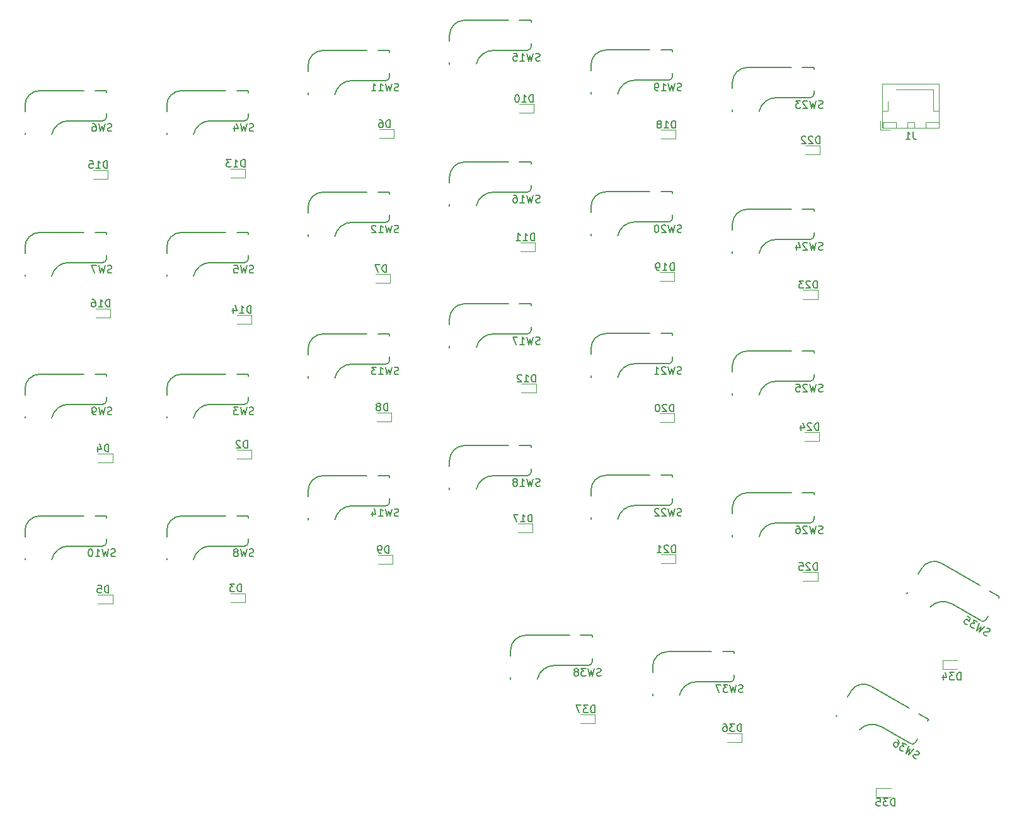
<source format=gbr>
%TF.GenerationSoftware,KiCad,Pcbnew,8.0.8*%
%TF.CreationDate,2025-02-12T11:53:10+01:00*%
%TF.ProjectId,PCB_g,5043425f-672e-46b6-9963-61645f706362,rev?*%
%TF.SameCoordinates,Original*%
%TF.FileFunction,Legend,Bot*%
%TF.FilePolarity,Positive*%
%FSLAX46Y46*%
G04 Gerber Fmt 4.6, Leading zero omitted, Abs format (unit mm)*
G04 Created by KiCad (PCBNEW 8.0.8) date 2025-02-12 11:53:10*
%MOMM*%
%LPD*%
G01*
G04 APERTURE LIST*
%ADD10C,0.150000*%
%ADD11C,0.120000*%
G04 APERTURE END LIST*
D10*
X194024083Y-52611069D02*
X194024083Y-53325354D01*
X194024083Y-53325354D02*
X194071702Y-53468211D01*
X194071702Y-53468211D02*
X194166940Y-53563450D01*
X194166940Y-53563450D02*
X194309797Y-53611069D01*
X194309797Y-53611069D02*
X194405035Y-53611069D01*
X193024083Y-53611069D02*
X193595511Y-53611069D01*
X193309797Y-53611069D02*
X193309797Y-52611069D01*
X193309797Y-52611069D02*
X193405035Y-52753926D01*
X193405035Y-52753926D02*
X193500273Y-52849164D01*
X193500273Y-52849164D02*
X193595511Y-52896783D01*
X200414285Y-126254819D02*
X200414285Y-125254819D01*
X200414285Y-125254819D02*
X200176190Y-125254819D01*
X200176190Y-125254819D02*
X200033333Y-125302438D01*
X200033333Y-125302438D02*
X199938095Y-125397676D01*
X199938095Y-125397676D02*
X199890476Y-125492914D01*
X199890476Y-125492914D02*
X199842857Y-125683390D01*
X199842857Y-125683390D02*
X199842857Y-125826247D01*
X199842857Y-125826247D02*
X199890476Y-126016723D01*
X199890476Y-126016723D02*
X199938095Y-126111961D01*
X199938095Y-126111961D02*
X200033333Y-126207200D01*
X200033333Y-126207200D02*
X200176190Y-126254819D01*
X200176190Y-126254819D02*
X200414285Y-126254819D01*
X199509523Y-125254819D02*
X198890476Y-125254819D01*
X198890476Y-125254819D02*
X199223809Y-125635771D01*
X199223809Y-125635771D02*
X199080952Y-125635771D01*
X199080952Y-125635771D02*
X198985714Y-125683390D01*
X198985714Y-125683390D02*
X198938095Y-125731009D01*
X198938095Y-125731009D02*
X198890476Y-125826247D01*
X198890476Y-125826247D02*
X198890476Y-126064342D01*
X198890476Y-126064342D02*
X198938095Y-126159580D01*
X198938095Y-126159580D02*
X198985714Y-126207200D01*
X198985714Y-126207200D02*
X199080952Y-126254819D01*
X199080952Y-126254819D02*
X199366666Y-126254819D01*
X199366666Y-126254819D02*
X199461904Y-126207200D01*
X199461904Y-126207200D02*
X199509523Y-126159580D01*
X198033333Y-125588152D02*
X198033333Y-126254819D01*
X198271428Y-125207200D02*
X198509523Y-125921485D01*
X198509523Y-125921485D02*
X197890476Y-125921485D01*
X181859699Y-68407200D02*
X181716842Y-68454819D01*
X181716842Y-68454819D02*
X181478747Y-68454819D01*
X181478747Y-68454819D02*
X181383509Y-68407200D01*
X181383509Y-68407200D02*
X181335890Y-68359580D01*
X181335890Y-68359580D02*
X181288271Y-68264342D01*
X181288271Y-68264342D02*
X181288271Y-68169104D01*
X181288271Y-68169104D02*
X181335890Y-68073866D01*
X181335890Y-68073866D02*
X181383509Y-68026247D01*
X181383509Y-68026247D02*
X181478747Y-67978628D01*
X181478747Y-67978628D02*
X181669223Y-67931009D01*
X181669223Y-67931009D02*
X181764461Y-67883390D01*
X181764461Y-67883390D02*
X181812080Y-67835771D01*
X181812080Y-67835771D02*
X181859699Y-67740533D01*
X181859699Y-67740533D02*
X181859699Y-67645295D01*
X181859699Y-67645295D02*
X181812080Y-67550057D01*
X181812080Y-67550057D02*
X181764461Y-67502438D01*
X181764461Y-67502438D02*
X181669223Y-67454819D01*
X181669223Y-67454819D02*
X181431128Y-67454819D01*
X181431128Y-67454819D02*
X181288271Y-67502438D01*
X180954937Y-67454819D02*
X180716842Y-68454819D01*
X180716842Y-68454819D02*
X180526366Y-67740533D01*
X180526366Y-67740533D02*
X180335890Y-68454819D01*
X180335890Y-68454819D02*
X180097795Y-67454819D01*
X179764461Y-67550057D02*
X179716842Y-67502438D01*
X179716842Y-67502438D02*
X179621604Y-67454819D01*
X179621604Y-67454819D02*
X179383509Y-67454819D01*
X179383509Y-67454819D02*
X179288271Y-67502438D01*
X179288271Y-67502438D02*
X179240652Y-67550057D01*
X179240652Y-67550057D02*
X179193033Y-67645295D01*
X179193033Y-67645295D02*
X179193033Y-67740533D01*
X179193033Y-67740533D02*
X179240652Y-67883390D01*
X179240652Y-67883390D02*
X179812080Y-68454819D01*
X179812080Y-68454819D02*
X179193033Y-68454819D01*
X178335890Y-67788152D02*
X178335890Y-68454819D01*
X178573985Y-67407200D02*
X178812080Y-68121485D01*
X178812080Y-68121485D02*
X178193033Y-68121485D01*
X142956813Y-48610819D02*
X142956813Y-47610819D01*
X142956813Y-47610819D02*
X142718718Y-47610819D01*
X142718718Y-47610819D02*
X142575861Y-47658438D01*
X142575861Y-47658438D02*
X142480623Y-47753676D01*
X142480623Y-47753676D02*
X142433004Y-47848914D01*
X142433004Y-47848914D02*
X142385385Y-48039390D01*
X142385385Y-48039390D02*
X142385385Y-48182247D01*
X142385385Y-48182247D02*
X142433004Y-48372723D01*
X142433004Y-48372723D02*
X142480623Y-48467961D01*
X142480623Y-48467961D02*
X142575861Y-48563200D01*
X142575861Y-48563200D02*
X142718718Y-48610819D01*
X142718718Y-48610819D02*
X142956813Y-48610819D01*
X141433004Y-48610819D02*
X142004432Y-48610819D01*
X141718718Y-48610819D02*
X141718718Y-47610819D01*
X141718718Y-47610819D02*
X141813956Y-47753676D01*
X141813956Y-47753676D02*
X141909194Y-47848914D01*
X141909194Y-47848914D02*
X142004432Y-47896533D01*
X140813956Y-47610819D02*
X140718718Y-47610819D01*
X140718718Y-47610819D02*
X140623480Y-47658438D01*
X140623480Y-47658438D02*
X140575861Y-47706057D01*
X140575861Y-47706057D02*
X140528242Y-47801295D01*
X140528242Y-47801295D02*
X140480623Y-47991771D01*
X140480623Y-47991771D02*
X140480623Y-48229866D01*
X140480623Y-48229866D02*
X140528242Y-48420342D01*
X140528242Y-48420342D02*
X140575861Y-48515580D01*
X140575861Y-48515580D02*
X140623480Y-48563200D01*
X140623480Y-48563200D02*
X140718718Y-48610819D01*
X140718718Y-48610819D02*
X140813956Y-48610819D01*
X140813956Y-48610819D02*
X140909194Y-48563200D01*
X140909194Y-48563200D02*
X140956813Y-48515580D01*
X140956813Y-48515580D02*
X141004432Y-48420342D01*
X141004432Y-48420342D02*
X141052051Y-48229866D01*
X141052051Y-48229866D02*
X141052051Y-47991771D01*
X141052051Y-47991771D02*
X141004432Y-47801295D01*
X141004432Y-47801295D02*
X140956813Y-47706057D01*
X140956813Y-47706057D02*
X140909194Y-47658438D01*
X140909194Y-47658438D02*
X140813956Y-47610819D01*
X124859523Y-66107200D02*
X124716666Y-66154819D01*
X124716666Y-66154819D02*
X124478571Y-66154819D01*
X124478571Y-66154819D02*
X124383333Y-66107200D01*
X124383333Y-66107200D02*
X124335714Y-66059580D01*
X124335714Y-66059580D02*
X124288095Y-65964342D01*
X124288095Y-65964342D02*
X124288095Y-65869104D01*
X124288095Y-65869104D02*
X124335714Y-65773866D01*
X124335714Y-65773866D02*
X124383333Y-65726247D01*
X124383333Y-65726247D02*
X124478571Y-65678628D01*
X124478571Y-65678628D02*
X124669047Y-65631009D01*
X124669047Y-65631009D02*
X124764285Y-65583390D01*
X124764285Y-65583390D02*
X124811904Y-65535771D01*
X124811904Y-65535771D02*
X124859523Y-65440533D01*
X124859523Y-65440533D02*
X124859523Y-65345295D01*
X124859523Y-65345295D02*
X124811904Y-65250057D01*
X124811904Y-65250057D02*
X124764285Y-65202438D01*
X124764285Y-65202438D02*
X124669047Y-65154819D01*
X124669047Y-65154819D02*
X124430952Y-65154819D01*
X124430952Y-65154819D02*
X124288095Y-65202438D01*
X123954761Y-65154819D02*
X123716666Y-66154819D01*
X123716666Y-66154819D02*
X123526190Y-65440533D01*
X123526190Y-65440533D02*
X123335714Y-66154819D01*
X123335714Y-66154819D02*
X123097619Y-65154819D01*
X122192857Y-66154819D02*
X122764285Y-66154819D01*
X122478571Y-66154819D02*
X122478571Y-65154819D01*
X122478571Y-65154819D02*
X122573809Y-65297676D01*
X122573809Y-65297676D02*
X122669047Y-65392914D01*
X122669047Y-65392914D02*
X122764285Y-65440533D01*
X121811904Y-65250057D02*
X121764285Y-65202438D01*
X121764285Y-65202438D02*
X121669047Y-65154819D01*
X121669047Y-65154819D02*
X121430952Y-65154819D01*
X121430952Y-65154819D02*
X121335714Y-65202438D01*
X121335714Y-65202438D02*
X121288095Y-65250057D01*
X121288095Y-65250057D02*
X121240476Y-65345295D01*
X121240476Y-65345295D02*
X121240476Y-65440533D01*
X121240476Y-65440533D02*
X121288095Y-65583390D01*
X121288095Y-65583390D02*
X121859523Y-66154819D01*
X121859523Y-66154819D02*
X121240476Y-66154819D01*
X203919101Y-120326863D02*
X203771574Y-120296674D01*
X203771574Y-120296674D02*
X203565377Y-120177626D01*
X203565377Y-120177626D02*
X203506708Y-120088768D01*
X203506708Y-120088768D02*
X203489278Y-120023719D01*
X203489278Y-120023719D02*
X203495658Y-119917431D01*
X203495658Y-119917431D02*
X203543277Y-119834952D01*
X203543277Y-119834952D02*
X203632135Y-119776283D01*
X203632135Y-119776283D02*
X203697184Y-119758853D01*
X203697184Y-119758853D02*
X203803472Y-119765233D01*
X203803472Y-119765233D02*
X203992239Y-119819232D01*
X203992239Y-119819232D02*
X204098527Y-119825612D01*
X204098527Y-119825612D02*
X204163576Y-119808182D01*
X204163576Y-119808182D02*
X204252434Y-119749513D01*
X204252434Y-119749513D02*
X204300053Y-119667034D01*
X204300053Y-119667034D02*
X204306433Y-119560746D01*
X204306433Y-119560746D02*
X204289003Y-119495697D01*
X204289003Y-119495697D02*
X204230334Y-119406839D01*
X204230334Y-119406839D02*
X204024138Y-119287791D01*
X204024138Y-119287791D02*
X203876610Y-119257602D01*
X203611745Y-119049696D02*
X202905548Y-119796674D01*
X202905548Y-119796674D02*
X203097734Y-119082846D01*
X203097734Y-119082846D02*
X202575634Y-119606197D01*
X202575634Y-119606197D02*
X202869437Y-118621124D01*
X202622002Y-118478267D02*
X202085891Y-118168744D01*
X202085891Y-118168744D02*
X202184090Y-118665325D01*
X202184090Y-118665325D02*
X202060372Y-118593896D01*
X202060372Y-118593896D02*
X201954083Y-118587516D01*
X201954083Y-118587516D02*
X201889035Y-118604946D01*
X201889035Y-118604946D02*
X201800176Y-118663615D01*
X201800176Y-118663615D02*
X201681129Y-118869812D01*
X201681129Y-118869812D02*
X201674749Y-118976100D01*
X201674749Y-118976100D02*
X201692179Y-119041149D01*
X201692179Y-119041149D02*
X201750848Y-119130007D01*
X201750848Y-119130007D02*
X201998284Y-119272864D01*
X201998284Y-119272864D02*
X202104572Y-119279244D01*
X202104572Y-119279244D02*
X202169621Y-119261814D01*
X201302344Y-117716363D02*
X201714737Y-117954458D01*
X201714737Y-117954458D02*
X201517881Y-118390660D01*
X201517881Y-118390660D02*
X201500451Y-118325612D01*
X201500451Y-118325612D02*
X201441782Y-118236753D01*
X201441782Y-118236753D02*
X201235585Y-118117706D01*
X201235585Y-118117706D02*
X201129297Y-118111326D01*
X201129297Y-118111326D02*
X201064248Y-118128756D01*
X201064248Y-118128756D02*
X200975390Y-118187425D01*
X200975390Y-118187425D02*
X200856343Y-118393621D01*
X200856343Y-118393621D02*
X200849963Y-118499909D01*
X200849963Y-118499909D02*
X200867393Y-118564958D01*
X200867393Y-118564958D02*
X200926062Y-118653817D01*
X200926062Y-118653817D02*
X201132258Y-118772864D01*
X201132258Y-118772864D02*
X201238546Y-118779244D01*
X201238546Y-118779244D02*
X201303595Y-118761814D01*
X105383332Y-109607200D02*
X105240475Y-109654819D01*
X105240475Y-109654819D02*
X105002380Y-109654819D01*
X105002380Y-109654819D02*
X104907142Y-109607200D01*
X104907142Y-109607200D02*
X104859523Y-109559580D01*
X104859523Y-109559580D02*
X104811904Y-109464342D01*
X104811904Y-109464342D02*
X104811904Y-109369104D01*
X104811904Y-109369104D02*
X104859523Y-109273866D01*
X104859523Y-109273866D02*
X104907142Y-109226247D01*
X104907142Y-109226247D02*
X105002380Y-109178628D01*
X105002380Y-109178628D02*
X105192856Y-109131009D01*
X105192856Y-109131009D02*
X105288094Y-109083390D01*
X105288094Y-109083390D02*
X105335713Y-109035771D01*
X105335713Y-109035771D02*
X105383332Y-108940533D01*
X105383332Y-108940533D02*
X105383332Y-108845295D01*
X105383332Y-108845295D02*
X105335713Y-108750057D01*
X105335713Y-108750057D02*
X105288094Y-108702438D01*
X105288094Y-108702438D02*
X105192856Y-108654819D01*
X105192856Y-108654819D02*
X104954761Y-108654819D01*
X104954761Y-108654819D02*
X104811904Y-108702438D01*
X104478570Y-108654819D02*
X104240475Y-109654819D01*
X104240475Y-109654819D02*
X104049999Y-108940533D01*
X104049999Y-108940533D02*
X103859523Y-109654819D01*
X103859523Y-109654819D02*
X103621428Y-108654819D01*
X103097618Y-109083390D02*
X103192856Y-109035771D01*
X103192856Y-109035771D02*
X103240475Y-108988152D01*
X103240475Y-108988152D02*
X103288094Y-108892914D01*
X103288094Y-108892914D02*
X103288094Y-108845295D01*
X103288094Y-108845295D02*
X103240475Y-108750057D01*
X103240475Y-108750057D02*
X103192856Y-108702438D01*
X103192856Y-108702438D02*
X103097618Y-108654819D01*
X103097618Y-108654819D02*
X102907142Y-108654819D01*
X102907142Y-108654819D02*
X102811904Y-108702438D01*
X102811904Y-108702438D02*
X102764285Y-108750057D01*
X102764285Y-108750057D02*
X102716666Y-108845295D01*
X102716666Y-108845295D02*
X102716666Y-108892914D01*
X102716666Y-108892914D02*
X102764285Y-108988152D01*
X102764285Y-108988152D02*
X102811904Y-109035771D01*
X102811904Y-109035771D02*
X102907142Y-109083390D01*
X102907142Y-109083390D02*
X103097618Y-109083390D01*
X103097618Y-109083390D02*
X103192856Y-109131009D01*
X103192856Y-109131009D02*
X103240475Y-109178628D01*
X103240475Y-109178628D02*
X103288094Y-109273866D01*
X103288094Y-109273866D02*
X103288094Y-109464342D01*
X103288094Y-109464342D02*
X103240475Y-109559580D01*
X103240475Y-109559580D02*
X103192856Y-109607200D01*
X103192856Y-109607200D02*
X103097618Y-109654819D01*
X103097618Y-109654819D02*
X102907142Y-109654819D01*
X102907142Y-109654819D02*
X102811904Y-109607200D01*
X102811904Y-109607200D02*
X102764285Y-109559580D01*
X102764285Y-109559580D02*
X102716666Y-109464342D01*
X102716666Y-109464342D02*
X102716666Y-109273866D01*
X102716666Y-109273866D02*
X102764285Y-109178628D01*
X102764285Y-109178628D02*
X102811904Y-109131009D01*
X102811904Y-109131009D02*
X102907142Y-109083390D01*
X124859523Y-85157200D02*
X124716666Y-85204819D01*
X124716666Y-85204819D02*
X124478571Y-85204819D01*
X124478571Y-85204819D02*
X124383333Y-85157200D01*
X124383333Y-85157200D02*
X124335714Y-85109580D01*
X124335714Y-85109580D02*
X124288095Y-85014342D01*
X124288095Y-85014342D02*
X124288095Y-84919104D01*
X124288095Y-84919104D02*
X124335714Y-84823866D01*
X124335714Y-84823866D02*
X124383333Y-84776247D01*
X124383333Y-84776247D02*
X124478571Y-84728628D01*
X124478571Y-84728628D02*
X124669047Y-84681009D01*
X124669047Y-84681009D02*
X124764285Y-84633390D01*
X124764285Y-84633390D02*
X124811904Y-84585771D01*
X124811904Y-84585771D02*
X124859523Y-84490533D01*
X124859523Y-84490533D02*
X124859523Y-84395295D01*
X124859523Y-84395295D02*
X124811904Y-84300057D01*
X124811904Y-84300057D02*
X124764285Y-84252438D01*
X124764285Y-84252438D02*
X124669047Y-84204819D01*
X124669047Y-84204819D02*
X124430952Y-84204819D01*
X124430952Y-84204819D02*
X124288095Y-84252438D01*
X123954761Y-84204819D02*
X123716666Y-85204819D01*
X123716666Y-85204819D02*
X123526190Y-84490533D01*
X123526190Y-84490533D02*
X123335714Y-85204819D01*
X123335714Y-85204819D02*
X123097619Y-84204819D01*
X122192857Y-85204819D02*
X122764285Y-85204819D01*
X122478571Y-85204819D02*
X122478571Y-84204819D01*
X122478571Y-84204819D02*
X122573809Y-84347676D01*
X122573809Y-84347676D02*
X122669047Y-84442914D01*
X122669047Y-84442914D02*
X122764285Y-84490533D01*
X121859523Y-84204819D02*
X121240476Y-84204819D01*
X121240476Y-84204819D02*
X121573809Y-84585771D01*
X121573809Y-84585771D02*
X121430952Y-84585771D01*
X121430952Y-84585771D02*
X121335714Y-84633390D01*
X121335714Y-84633390D02*
X121288095Y-84681009D01*
X121288095Y-84681009D02*
X121240476Y-84776247D01*
X121240476Y-84776247D02*
X121240476Y-85014342D01*
X121240476Y-85014342D02*
X121288095Y-85109580D01*
X121288095Y-85109580D02*
X121335714Y-85157200D01*
X121335714Y-85157200D02*
X121430952Y-85204819D01*
X121430952Y-85204819D02*
X121716666Y-85204819D01*
X121716666Y-85204819D02*
X121811904Y-85157200D01*
X121811904Y-85157200D02*
X121859523Y-85109580D01*
X143859523Y-62057200D02*
X143716666Y-62104819D01*
X143716666Y-62104819D02*
X143478571Y-62104819D01*
X143478571Y-62104819D02*
X143383333Y-62057200D01*
X143383333Y-62057200D02*
X143335714Y-62009580D01*
X143335714Y-62009580D02*
X143288095Y-61914342D01*
X143288095Y-61914342D02*
X143288095Y-61819104D01*
X143288095Y-61819104D02*
X143335714Y-61723866D01*
X143335714Y-61723866D02*
X143383333Y-61676247D01*
X143383333Y-61676247D02*
X143478571Y-61628628D01*
X143478571Y-61628628D02*
X143669047Y-61581009D01*
X143669047Y-61581009D02*
X143764285Y-61533390D01*
X143764285Y-61533390D02*
X143811904Y-61485771D01*
X143811904Y-61485771D02*
X143859523Y-61390533D01*
X143859523Y-61390533D02*
X143859523Y-61295295D01*
X143859523Y-61295295D02*
X143811904Y-61200057D01*
X143811904Y-61200057D02*
X143764285Y-61152438D01*
X143764285Y-61152438D02*
X143669047Y-61104819D01*
X143669047Y-61104819D02*
X143430952Y-61104819D01*
X143430952Y-61104819D02*
X143288095Y-61152438D01*
X142954761Y-61104819D02*
X142716666Y-62104819D01*
X142716666Y-62104819D02*
X142526190Y-61390533D01*
X142526190Y-61390533D02*
X142335714Y-62104819D01*
X142335714Y-62104819D02*
X142097619Y-61104819D01*
X141192857Y-62104819D02*
X141764285Y-62104819D01*
X141478571Y-62104819D02*
X141478571Y-61104819D01*
X141478571Y-61104819D02*
X141573809Y-61247676D01*
X141573809Y-61247676D02*
X141669047Y-61342914D01*
X141669047Y-61342914D02*
X141764285Y-61390533D01*
X140335714Y-61104819D02*
X140526190Y-61104819D01*
X140526190Y-61104819D02*
X140621428Y-61152438D01*
X140621428Y-61152438D02*
X140669047Y-61200057D01*
X140669047Y-61200057D02*
X140764285Y-61342914D01*
X140764285Y-61342914D02*
X140811904Y-61533390D01*
X140811904Y-61533390D02*
X140811904Y-61914342D01*
X140811904Y-61914342D02*
X140764285Y-62009580D01*
X140764285Y-62009580D02*
X140716666Y-62057200D01*
X140716666Y-62057200D02*
X140621428Y-62104819D01*
X140621428Y-62104819D02*
X140430952Y-62104819D01*
X140430952Y-62104819D02*
X140335714Y-62057200D01*
X140335714Y-62057200D02*
X140288095Y-62009580D01*
X140288095Y-62009580D02*
X140240476Y-61914342D01*
X140240476Y-61914342D02*
X140240476Y-61676247D01*
X140240476Y-61676247D02*
X140288095Y-61581009D01*
X140288095Y-61581009D02*
X140335714Y-61533390D01*
X140335714Y-61533390D02*
X140430952Y-61485771D01*
X140430952Y-61485771D02*
X140621428Y-61485771D01*
X140621428Y-61485771D02*
X140716666Y-61533390D01*
X140716666Y-61533390D02*
X140764285Y-61581009D01*
X140764285Y-61581009D02*
X140811904Y-61676247D01*
X181859523Y-87457200D02*
X181716666Y-87504819D01*
X181716666Y-87504819D02*
X181478571Y-87504819D01*
X181478571Y-87504819D02*
X181383333Y-87457200D01*
X181383333Y-87457200D02*
X181335714Y-87409580D01*
X181335714Y-87409580D02*
X181288095Y-87314342D01*
X181288095Y-87314342D02*
X181288095Y-87219104D01*
X181288095Y-87219104D02*
X181335714Y-87123866D01*
X181335714Y-87123866D02*
X181383333Y-87076247D01*
X181383333Y-87076247D02*
X181478571Y-87028628D01*
X181478571Y-87028628D02*
X181669047Y-86981009D01*
X181669047Y-86981009D02*
X181764285Y-86933390D01*
X181764285Y-86933390D02*
X181811904Y-86885771D01*
X181811904Y-86885771D02*
X181859523Y-86790533D01*
X181859523Y-86790533D02*
X181859523Y-86695295D01*
X181859523Y-86695295D02*
X181811904Y-86600057D01*
X181811904Y-86600057D02*
X181764285Y-86552438D01*
X181764285Y-86552438D02*
X181669047Y-86504819D01*
X181669047Y-86504819D02*
X181430952Y-86504819D01*
X181430952Y-86504819D02*
X181288095Y-86552438D01*
X180954761Y-86504819D02*
X180716666Y-87504819D01*
X180716666Y-87504819D02*
X180526190Y-86790533D01*
X180526190Y-86790533D02*
X180335714Y-87504819D01*
X180335714Y-87504819D02*
X180097619Y-86504819D01*
X179764285Y-86600057D02*
X179716666Y-86552438D01*
X179716666Y-86552438D02*
X179621428Y-86504819D01*
X179621428Y-86504819D02*
X179383333Y-86504819D01*
X179383333Y-86504819D02*
X179288095Y-86552438D01*
X179288095Y-86552438D02*
X179240476Y-86600057D01*
X179240476Y-86600057D02*
X179192857Y-86695295D01*
X179192857Y-86695295D02*
X179192857Y-86790533D01*
X179192857Y-86790533D02*
X179240476Y-86933390D01*
X179240476Y-86933390D02*
X179811904Y-87504819D01*
X179811904Y-87504819D02*
X179192857Y-87504819D01*
X178288095Y-86504819D02*
X178764285Y-86504819D01*
X178764285Y-86504819D02*
X178811904Y-86981009D01*
X178811904Y-86981009D02*
X178764285Y-86933390D01*
X178764285Y-86933390D02*
X178669047Y-86885771D01*
X178669047Y-86885771D02*
X178430952Y-86885771D01*
X178430952Y-86885771D02*
X178335714Y-86933390D01*
X178335714Y-86933390D02*
X178288095Y-86981009D01*
X178288095Y-86981009D02*
X178240476Y-87076247D01*
X178240476Y-87076247D02*
X178240476Y-87314342D01*
X178240476Y-87314342D02*
X178288095Y-87409580D01*
X178288095Y-87409580D02*
X178335714Y-87457200D01*
X178335714Y-87457200D02*
X178430952Y-87504819D01*
X178430952Y-87504819D02*
X178669047Y-87504819D01*
X178669047Y-87504819D02*
X178764285Y-87457200D01*
X178764285Y-87457200D02*
X178811904Y-87409580D01*
X161881637Y-71221819D02*
X161881637Y-70221819D01*
X161881637Y-70221819D02*
X161643542Y-70221819D01*
X161643542Y-70221819D02*
X161500685Y-70269438D01*
X161500685Y-70269438D02*
X161405447Y-70364676D01*
X161405447Y-70364676D02*
X161357828Y-70459914D01*
X161357828Y-70459914D02*
X161310209Y-70650390D01*
X161310209Y-70650390D02*
X161310209Y-70793247D01*
X161310209Y-70793247D02*
X161357828Y-70983723D01*
X161357828Y-70983723D02*
X161405447Y-71078961D01*
X161405447Y-71078961D02*
X161500685Y-71174200D01*
X161500685Y-71174200D02*
X161643542Y-71221819D01*
X161643542Y-71221819D02*
X161881637Y-71221819D01*
X160357828Y-71221819D02*
X160929256Y-71221819D01*
X160643542Y-71221819D02*
X160643542Y-70221819D01*
X160643542Y-70221819D02*
X160738780Y-70364676D01*
X160738780Y-70364676D02*
X160834018Y-70459914D01*
X160834018Y-70459914D02*
X160929256Y-70507533D01*
X159881637Y-71221819D02*
X159691161Y-71221819D01*
X159691161Y-71221819D02*
X159595923Y-71174200D01*
X159595923Y-71174200D02*
X159548304Y-71126580D01*
X159548304Y-71126580D02*
X159453066Y-70983723D01*
X159453066Y-70983723D02*
X159405447Y-70793247D01*
X159405447Y-70793247D02*
X159405447Y-70412295D01*
X159405447Y-70412295D02*
X159453066Y-70317057D01*
X159453066Y-70317057D02*
X159500685Y-70269438D01*
X159500685Y-70269438D02*
X159595923Y-70221819D01*
X159595923Y-70221819D02*
X159786399Y-70221819D01*
X159786399Y-70221819D02*
X159881637Y-70269438D01*
X159881637Y-70269438D02*
X159929256Y-70317057D01*
X159929256Y-70317057D02*
X159976875Y-70412295D01*
X159976875Y-70412295D02*
X159976875Y-70650390D01*
X159976875Y-70650390D02*
X159929256Y-70745628D01*
X159929256Y-70745628D02*
X159881637Y-70793247D01*
X159881637Y-70793247D02*
X159786399Y-70840866D01*
X159786399Y-70840866D02*
X159595923Y-70840866D01*
X159595923Y-70840866D02*
X159500685Y-70793247D01*
X159500685Y-70793247D02*
X159453066Y-70745628D01*
X159453066Y-70745628D02*
X159405447Y-70650390D01*
X181306813Y-92708819D02*
X181306813Y-91708819D01*
X181306813Y-91708819D02*
X181068718Y-91708819D01*
X181068718Y-91708819D02*
X180925861Y-91756438D01*
X180925861Y-91756438D02*
X180830623Y-91851676D01*
X180830623Y-91851676D02*
X180783004Y-91946914D01*
X180783004Y-91946914D02*
X180735385Y-92137390D01*
X180735385Y-92137390D02*
X180735385Y-92280247D01*
X180735385Y-92280247D02*
X180783004Y-92470723D01*
X180783004Y-92470723D02*
X180830623Y-92565961D01*
X180830623Y-92565961D02*
X180925861Y-92661200D01*
X180925861Y-92661200D02*
X181068718Y-92708819D01*
X181068718Y-92708819D02*
X181306813Y-92708819D01*
X180354432Y-91804057D02*
X180306813Y-91756438D01*
X180306813Y-91756438D02*
X180211575Y-91708819D01*
X180211575Y-91708819D02*
X179973480Y-91708819D01*
X179973480Y-91708819D02*
X179878242Y-91756438D01*
X179878242Y-91756438D02*
X179830623Y-91804057D01*
X179830623Y-91804057D02*
X179783004Y-91899295D01*
X179783004Y-91899295D02*
X179783004Y-91994533D01*
X179783004Y-91994533D02*
X179830623Y-92137390D01*
X179830623Y-92137390D02*
X180402051Y-92708819D01*
X180402051Y-92708819D02*
X179783004Y-92708819D01*
X178925861Y-92042152D02*
X178925861Y-92708819D01*
X179163956Y-91661200D02*
X179402051Y-92375485D01*
X179402051Y-92375485D02*
X178783004Y-92375485D01*
X181131813Y-73608819D02*
X181131813Y-72608819D01*
X181131813Y-72608819D02*
X180893718Y-72608819D01*
X180893718Y-72608819D02*
X180750861Y-72656438D01*
X180750861Y-72656438D02*
X180655623Y-72751676D01*
X180655623Y-72751676D02*
X180608004Y-72846914D01*
X180608004Y-72846914D02*
X180560385Y-73037390D01*
X180560385Y-73037390D02*
X180560385Y-73180247D01*
X180560385Y-73180247D02*
X180608004Y-73370723D01*
X180608004Y-73370723D02*
X180655623Y-73465961D01*
X180655623Y-73465961D02*
X180750861Y-73561200D01*
X180750861Y-73561200D02*
X180893718Y-73608819D01*
X180893718Y-73608819D02*
X181131813Y-73608819D01*
X180179432Y-72704057D02*
X180131813Y-72656438D01*
X180131813Y-72656438D02*
X180036575Y-72608819D01*
X180036575Y-72608819D02*
X179798480Y-72608819D01*
X179798480Y-72608819D02*
X179703242Y-72656438D01*
X179703242Y-72656438D02*
X179655623Y-72704057D01*
X179655623Y-72704057D02*
X179608004Y-72799295D01*
X179608004Y-72799295D02*
X179608004Y-72894533D01*
X179608004Y-72894533D02*
X179655623Y-73037390D01*
X179655623Y-73037390D02*
X180227051Y-73608819D01*
X180227051Y-73608819D02*
X179608004Y-73608819D01*
X179274670Y-72608819D02*
X178655623Y-72608819D01*
X178655623Y-72608819D02*
X178988956Y-72989771D01*
X178988956Y-72989771D02*
X178846099Y-72989771D01*
X178846099Y-72989771D02*
X178750861Y-73037390D01*
X178750861Y-73037390D02*
X178703242Y-73085009D01*
X178703242Y-73085009D02*
X178655623Y-73180247D01*
X178655623Y-73180247D02*
X178655623Y-73418342D01*
X178655623Y-73418342D02*
X178703242Y-73513580D01*
X178703242Y-73513580D02*
X178750861Y-73561200D01*
X178750861Y-73561200D02*
X178846099Y-73608819D01*
X178846099Y-73608819D02*
X179131813Y-73608819D01*
X179131813Y-73608819D02*
X179227051Y-73561200D01*
X179227051Y-73561200D02*
X179274670Y-73513580D01*
X143131813Y-67235819D02*
X143131813Y-66235819D01*
X143131813Y-66235819D02*
X142893718Y-66235819D01*
X142893718Y-66235819D02*
X142750861Y-66283438D01*
X142750861Y-66283438D02*
X142655623Y-66378676D01*
X142655623Y-66378676D02*
X142608004Y-66473914D01*
X142608004Y-66473914D02*
X142560385Y-66664390D01*
X142560385Y-66664390D02*
X142560385Y-66807247D01*
X142560385Y-66807247D02*
X142608004Y-66997723D01*
X142608004Y-66997723D02*
X142655623Y-67092961D01*
X142655623Y-67092961D02*
X142750861Y-67188200D01*
X142750861Y-67188200D02*
X142893718Y-67235819D01*
X142893718Y-67235819D02*
X143131813Y-67235819D01*
X141608004Y-67235819D02*
X142179432Y-67235819D01*
X141893718Y-67235819D02*
X141893718Y-66235819D01*
X141893718Y-66235819D02*
X141988956Y-66378676D01*
X141988956Y-66378676D02*
X142084194Y-66473914D01*
X142084194Y-66473914D02*
X142179432Y-66521533D01*
X140655623Y-67235819D02*
X141227051Y-67235819D01*
X140941337Y-67235819D02*
X140941337Y-66235819D01*
X140941337Y-66235819D02*
X141036575Y-66378676D01*
X141036575Y-66378676D02*
X141131813Y-66473914D01*
X141131813Y-66473914D02*
X141227051Y-66521533D01*
X181859699Y-106507200D02*
X181716842Y-106554819D01*
X181716842Y-106554819D02*
X181478747Y-106554819D01*
X181478747Y-106554819D02*
X181383509Y-106507200D01*
X181383509Y-106507200D02*
X181335890Y-106459580D01*
X181335890Y-106459580D02*
X181288271Y-106364342D01*
X181288271Y-106364342D02*
X181288271Y-106269104D01*
X181288271Y-106269104D02*
X181335890Y-106173866D01*
X181335890Y-106173866D02*
X181383509Y-106126247D01*
X181383509Y-106126247D02*
X181478747Y-106078628D01*
X181478747Y-106078628D02*
X181669223Y-106031009D01*
X181669223Y-106031009D02*
X181764461Y-105983390D01*
X181764461Y-105983390D02*
X181812080Y-105935771D01*
X181812080Y-105935771D02*
X181859699Y-105840533D01*
X181859699Y-105840533D02*
X181859699Y-105745295D01*
X181859699Y-105745295D02*
X181812080Y-105650057D01*
X181812080Y-105650057D02*
X181764461Y-105602438D01*
X181764461Y-105602438D02*
X181669223Y-105554819D01*
X181669223Y-105554819D02*
X181431128Y-105554819D01*
X181431128Y-105554819D02*
X181288271Y-105602438D01*
X180954937Y-105554819D02*
X180716842Y-106554819D01*
X180716842Y-106554819D02*
X180526366Y-105840533D01*
X180526366Y-105840533D02*
X180335890Y-106554819D01*
X180335890Y-106554819D02*
X180097795Y-105554819D01*
X179764461Y-105650057D02*
X179716842Y-105602438D01*
X179716842Y-105602438D02*
X179621604Y-105554819D01*
X179621604Y-105554819D02*
X179383509Y-105554819D01*
X179383509Y-105554819D02*
X179288271Y-105602438D01*
X179288271Y-105602438D02*
X179240652Y-105650057D01*
X179240652Y-105650057D02*
X179193033Y-105745295D01*
X179193033Y-105745295D02*
X179193033Y-105840533D01*
X179193033Y-105840533D02*
X179240652Y-105983390D01*
X179240652Y-105983390D02*
X179812080Y-106554819D01*
X179812080Y-106554819D02*
X179193033Y-106554819D01*
X178335890Y-105554819D02*
X178526366Y-105554819D01*
X178526366Y-105554819D02*
X178621604Y-105602438D01*
X178621604Y-105602438D02*
X178669223Y-105650057D01*
X178669223Y-105650057D02*
X178764461Y-105792914D01*
X178764461Y-105792914D02*
X178812080Y-105983390D01*
X178812080Y-105983390D02*
X178812080Y-106364342D01*
X178812080Y-106364342D02*
X178764461Y-106459580D01*
X178764461Y-106459580D02*
X178716842Y-106507200D01*
X178716842Y-106507200D02*
X178621604Y-106554819D01*
X178621604Y-106554819D02*
X178431128Y-106554819D01*
X178431128Y-106554819D02*
X178335890Y-106507200D01*
X178335890Y-106507200D02*
X178288271Y-106459580D01*
X178288271Y-106459580D02*
X178240652Y-106364342D01*
X178240652Y-106364342D02*
X178240652Y-106126247D01*
X178240652Y-106126247D02*
X178288271Y-106031009D01*
X178288271Y-106031009D02*
X178335890Y-105983390D01*
X178335890Y-105983390D02*
X178431128Y-105935771D01*
X178431128Y-105935771D02*
X178621604Y-105935771D01*
X178621604Y-105935771D02*
X178716842Y-105983390D01*
X178716842Y-105983390D02*
X178764461Y-106031009D01*
X178764461Y-106031009D02*
X178812080Y-106126247D01*
X162859523Y-85107200D02*
X162716666Y-85154819D01*
X162716666Y-85154819D02*
X162478571Y-85154819D01*
X162478571Y-85154819D02*
X162383333Y-85107200D01*
X162383333Y-85107200D02*
X162335714Y-85059580D01*
X162335714Y-85059580D02*
X162288095Y-84964342D01*
X162288095Y-84964342D02*
X162288095Y-84869104D01*
X162288095Y-84869104D02*
X162335714Y-84773866D01*
X162335714Y-84773866D02*
X162383333Y-84726247D01*
X162383333Y-84726247D02*
X162478571Y-84678628D01*
X162478571Y-84678628D02*
X162669047Y-84631009D01*
X162669047Y-84631009D02*
X162764285Y-84583390D01*
X162764285Y-84583390D02*
X162811904Y-84535771D01*
X162811904Y-84535771D02*
X162859523Y-84440533D01*
X162859523Y-84440533D02*
X162859523Y-84345295D01*
X162859523Y-84345295D02*
X162811904Y-84250057D01*
X162811904Y-84250057D02*
X162764285Y-84202438D01*
X162764285Y-84202438D02*
X162669047Y-84154819D01*
X162669047Y-84154819D02*
X162430952Y-84154819D01*
X162430952Y-84154819D02*
X162288095Y-84202438D01*
X161954761Y-84154819D02*
X161716666Y-85154819D01*
X161716666Y-85154819D02*
X161526190Y-84440533D01*
X161526190Y-84440533D02*
X161335714Y-85154819D01*
X161335714Y-85154819D02*
X161097619Y-84154819D01*
X160764285Y-84250057D02*
X160716666Y-84202438D01*
X160716666Y-84202438D02*
X160621428Y-84154819D01*
X160621428Y-84154819D02*
X160383333Y-84154819D01*
X160383333Y-84154819D02*
X160288095Y-84202438D01*
X160288095Y-84202438D02*
X160240476Y-84250057D01*
X160240476Y-84250057D02*
X160192857Y-84345295D01*
X160192857Y-84345295D02*
X160192857Y-84440533D01*
X160192857Y-84440533D02*
X160240476Y-84583390D01*
X160240476Y-84583390D02*
X160811904Y-85154819D01*
X160811904Y-85154819D02*
X160192857Y-85154819D01*
X159240476Y-85154819D02*
X159811904Y-85154819D01*
X159526190Y-85154819D02*
X159526190Y-84154819D01*
X159526190Y-84154819D02*
X159621428Y-84297676D01*
X159621428Y-84297676D02*
X159716666Y-84392914D01*
X159716666Y-84392914D02*
X159811904Y-84440533D01*
X171139523Y-127857200D02*
X170996666Y-127904819D01*
X170996666Y-127904819D02*
X170758571Y-127904819D01*
X170758571Y-127904819D02*
X170663333Y-127857200D01*
X170663333Y-127857200D02*
X170615714Y-127809580D01*
X170615714Y-127809580D02*
X170568095Y-127714342D01*
X170568095Y-127714342D02*
X170568095Y-127619104D01*
X170568095Y-127619104D02*
X170615714Y-127523866D01*
X170615714Y-127523866D02*
X170663333Y-127476247D01*
X170663333Y-127476247D02*
X170758571Y-127428628D01*
X170758571Y-127428628D02*
X170949047Y-127381009D01*
X170949047Y-127381009D02*
X171044285Y-127333390D01*
X171044285Y-127333390D02*
X171091904Y-127285771D01*
X171091904Y-127285771D02*
X171139523Y-127190533D01*
X171139523Y-127190533D02*
X171139523Y-127095295D01*
X171139523Y-127095295D02*
X171091904Y-127000057D01*
X171091904Y-127000057D02*
X171044285Y-126952438D01*
X171044285Y-126952438D02*
X170949047Y-126904819D01*
X170949047Y-126904819D02*
X170710952Y-126904819D01*
X170710952Y-126904819D02*
X170568095Y-126952438D01*
X170234761Y-126904819D02*
X169996666Y-127904819D01*
X169996666Y-127904819D02*
X169806190Y-127190533D01*
X169806190Y-127190533D02*
X169615714Y-127904819D01*
X169615714Y-127904819D02*
X169377619Y-126904819D01*
X169091904Y-126904819D02*
X168472857Y-126904819D01*
X168472857Y-126904819D02*
X168806190Y-127285771D01*
X168806190Y-127285771D02*
X168663333Y-127285771D01*
X168663333Y-127285771D02*
X168568095Y-127333390D01*
X168568095Y-127333390D02*
X168520476Y-127381009D01*
X168520476Y-127381009D02*
X168472857Y-127476247D01*
X168472857Y-127476247D02*
X168472857Y-127714342D01*
X168472857Y-127714342D02*
X168520476Y-127809580D01*
X168520476Y-127809580D02*
X168568095Y-127857200D01*
X168568095Y-127857200D02*
X168663333Y-127904819D01*
X168663333Y-127904819D02*
X168949047Y-127904819D01*
X168949047Y-127904819D02*
X169044285Y-127857200D01*
X169044285Y-127857200D02*
X169091904Y-127809580D01*
X168139523Y-126904819D02*
X167472857Y-126904819D01*
X167472857Y-126904819D02*
X167901428Y-127904819D01*
X170914285Y-133154819D02*
X170914285Y-132154819D01*
X170914285Y-132154819D02*
X170676190Y-132154819D01*
X170676190Y-132154819D02*
X170533333Y-132202438D01*
X170533333Y-132202438D02*
X170438095Y-132297676D01*
X170438095Y-132297676D02*
X170390476Y-132392914D01*
X170390476Y-132392914D02*
X170342857Y-132583390D01*
X170342857Y-132583390D02*
X170342857Y-132726247D01*
X170342857Y-132726247D02*
X170390476Y-132916723D01*
X170390476Y-132916723D02*
X170438095Y-133011961D01*
X170438095Y-133011961D02*
X170533333Y-133107200D01*
X170533333Y-133107200D02*
X170676190Y-133154819D01*
X170676190Y-133154819D02*
X170914285Y-133154819D01*
X170009523Y-132154819D02*
X169390476Y-132154819D01*
X169390476Y-132154819D02*
X169723809Y-132535771D01*
X169723809Y-132535771D02*
X169580952Y-132535771D01*
X169580952Y-132535771D02*
X169485714Y-132583390D01*
X169485714Y-132583390D02*
X169438095Y-132631009D01*
X169438095Y-132631009D02*
X169390476Y-132726247D01*
X169390476Y-132726247D02*
X169390476Y-132964342D01*
X169390476Y-132964342D02*
X169438095Y-133059580D01*
X169438095Y-133059580D02*
X169485714Y-133107200D01*
X169485714Y-133107200D02*
X169580952Y-133154819D01*
X169580952Y-133154819D02*
X169866666Y-133154819D01*
X169866666Y-133154819D02*
X169961904Y-133107200D01*
X169961904Y-133107200D02*
X170009523Y-133059580D01*
X168533333Y-132154819D02*
X168723809Y-132154819D01*
X168723809Y-132154819D02*
X168819047Y-132202438D01*
X168819047Y-132202438D02*
X168866666Y-132250057D01*
X168866666Y-132250057D02*
X168961904Y-132392914D01*
X168961904Y-132392914D02*
X169009523Y-132583390D01*
X169009523Y-132583390D02*
X169009523Y-132964342D01*
X169009523Y-132964342D02*
X168961904Y-133059580D01*
X168961904Y-133059580D02*
X168914285Y-133107200D01*
X168914285Y-133107200D02*
X168819047Y-133154819D01*
X168819047Y-133154819D02*
X168628571Y-133154819D01*
X168628571Y-133154819D02*
X168533333Y-133107200D01*
X168533333Y-133107200D02*
X168485714Y-133059580D01*
X168485714Y-133059580D02*
X168438095Y-132964342D01*
X168438095Y-132964342D02*
X168438095Y-132726247D01*
X168438095Y-132726247D02*
X168485714Y-132631009D01*
X168485714Y-132631009D02*
X168533333Y-132583390D01*
X168533333Y-132583390D02*
X168628571Y-132535771D01*
X168628571Y-132535771D02*
X168819047Y-132535771D01*
X168819047Y-132535771D02*
X168914285Y-132583390D01*
X168914285Y-132583390D02*
X168961904Y-132631009D01*
X168961904Y-132631009D02*
X169009523Y-132726247D01*
X86333508Y-71507200D02*
X86190651Y-71554819D01*
X86190651Y-71554819D02*
X85952556Y-71554819D01*
X85952556Y-71554819D02*
X85857318Y-71507200D01*
X85857318Y-71507200D02*
X85809699Y-71459580D01*
X85809699Y-71459580D02*
X85762080Y-71364342D01*
X85762080Y-71364342D02*
X85762080Y-71269104D01*
X85762080Y-71269104D02*
X85809699Y-71173866D01*
X85809699Y-71173866D02*
X85857318Y-71126247D01*
X85857318Y-71126247D02*
X85952556Y-71078628D01*
X85952556Y-71078628D02*
X86143032Y-71031009D01*
X86143032Y-71031009D02*
X86238270Y-70983390D01*
X86238270Y-70983390D02*
X86285889Y-70935771D01*
X86285889Y-70935771D02*
X86333508Y-70840533D01*
X86333508Y-70840533D02*
X86333508Y-70745295D01*
X86333508Y-70745295D02*
X86285889Y-70650057D01*
X86285889Y-70650057D02*
X86238270Y-70602438D01*
X86238270Y-70602438D02*
X86143032Y-70554819D01*
X86143032Y-70554819D02*
X85904937Y-70554819D01*
X85904937Y-70554819D02*
X85762080Y-70602438D01*
X85428746Y-70554819D02*
X85190651Y-71554819D01*
X85190651Y-71554819D02*
X85000175Y-70840533D01*
X85000175Y-70840533D02*
X84809699Y-71554819D01*
X84809699Y-71554819D02*
X84571604Y-70554819D01*
X84285889Y-70554819D02*
X83619223Y-70554819D01*
X83619223Y-70554819D02*
X84047794Y-71554819D01*
X162859347Y-66057200D02*
X162716490Y-66104819D01*
X162716490Y-66104819D02*
X162478395Y-66104819D01*
X162478395Y-66104819D02*
X162383157Y-66057200D01*
X162383157Y-66057200D02*
X162335538Y-66009580D01*
X162335538Y-66009580D02*
X162287919Y-65914342D01*
X162287919Y-65914342D02*
X162287919Y-65819104D01*
X162287919Y-65819104D02*
X162335538Y-65723866D01*
X162335538Y-65723866D02*
X162383157Y-65676247D01*
X162383157Y-65676247D02*
X162478395Y-65628628D01*
X162478395Y-65628628D02*
X162668871Y-65581009D01*
X162668871Y-65581009D02*
X162764109Y-65533390D01*
X162764109Y-65533390D02*
X162811728Y-65485771D01*
X162811728Y-65485771D02*
X162859347Y-65390533D01*
X162859347Y-65390533D02*
X162859347Y-65295295D01*
X162859347Y-65295295D02*
X162811728Y-65200057D01*
X162811728Y-65200057D02*
X162764109Y-65152438D01*
X162764109Y-65152438D02*
X162668871Y-65104819D01*
X162668871Y-65104819D02*
X162430776Y-65104819D01*
X162430776Y-65104819D02*
X162287919Y-65152438D01*
X161954585Y-65104819D02*
X161716490Y-66104819D01*
X161716490Y-66104819D02*
X161526014Y-65390533D01*
X161526014Y-65390533D02*
X161335538Y-66104819D01*
X161335538Y-66104819D02*
X161097443Y-65104819D01*
X160764109Y-65200057D02*
X160716490Y-65152438D01*
X160716490Y-65152438D02*
X160621252Y-65104819D01*
X160621252Y-65104819D02*
X160383157Y-65104819D01*
X160383157Y-65104819D02*
X160287919Y-65152438D01*
X160287919Y-65152438D02*
X160240300Y-65200057D01*
X160240300Y-65200057D02*
X160192681Y-65295295D01*
X160192681Y-65295295D02*
X160192681Y-65390533D01*
X160192681Y-65390533D02*
X160240300Y-65533390D01*
X160240300Y-65533390D02*
X160811728Y-66104819D01*
X160811728Y-66104819D02*
X160192681Y-66104819D01*
X159573633Y-65104819D02*
X159478395Y-65104819D01*
X159478395Y-65104819D02*
X159383157Y-65152438D01*
X159383157Y-65152438D02*
X159335538Y-65200057D01*
X159335538Y-65200057D02*
X159287919Y-65295295D01*
X159287919Y-65295295D02*
X159240300Y-65485771D01*
X159240300Y-65485771D02*
X159240300Y-65723866D01*
X159240300Y-65723866D02*
X159287919Y-65914342D01*
X159287919Y-65914342D02*
X159335538Y-66009580D01*
X159335538Y-66009580D02*
X159383157Y-66057200D01*
X159383157Y-66057200D02*
X159478395Y-66104819D01*
X159478395Y-66104819D02*
X159573633Y-66104819D01*
X159573633Y-66104819D02*
X159668871Y-66057200D01*
X159668871Y-66057200D02*
X159716490Y-66009580D01*
X159716490Y-66009580D02*
X159764109Y-65914342D01*
X159764109Y-65914342D02*
X159811728Y-65723866D01*
X159811728Y-65723866D02*
X159811728Y-65485771D01*
X159811728Y-65485771D02*
X159764109Y-65295295D01*
X159764109Y-65295295D02*
X159716490Y-65200057D01*
X159716490Y-65200057D02*
X159668871Y-65152438D01*
X159668871Y-65152438D02*
X159573633Y-65104819D01*
X143281813Y-86210819D02*
X143281813Y-85210819D01*
X143281813Y-85210819D02*
X143043718Y-85210819D01*
X143043718Y-85210819D02*
X142900861Y-85258438D01*
X142900861Y-85258438D02*
X142805623Y-85353676D01*
X142805623Y-85353676D02*
X142758004Y-85448914D01*
X142758004Y-85448914D02*
X142710385Y-85639390D01*
X142710385Y-85639390D02*
X142710385Y-85782247D01*
X142710385Y-85782247D02*
X142758004Y-85972723D01*
X142758004Y-85972723D02*
X142805623Y-86067961D01*
X142805623Y-86067961D02*
X142900861Y-86163200D01*
X142900861Y-86163200D02*
X143043718Y-86210819D01*
X143043718Y-86210819D02*
X143281813Y-86210819D01*
X141758004Y-86210819D02*
X142329432Y-86210819D01*
X142043718Y-86210819D02*
X142043718Y-85210819D01*
X142043718Y-85210819D02*
X142138956Y-85353676D01*
X142138956Y-85353676D02*
X142234194Y-85448914D01*
X142234194Y-85448914D02*
X142329432Y-85496533D01*
X141377051Y-85306057D02*
X141329432Y-85258438D01*
X141329432Y-85258438D02*
X141234194Y-85210819D01*
X141234194Y-85210819D02*
X140996099Y-85210819D01*
X140996099Y-85210819D02*
X140900861Y-85258438D01*
X140900861Y-85258438D02*
X140853242Y-85306057D01*
X140853242Y-85306057D02*
X140805623Y-85401295D01*
X140805623Y-85401295D02*
X140805623Y-85496533D01*
X140805623Y-85496533D02*
X140853242Y-85639390D01*
X140853242Y-85639390D02*
X141424670Y-86210819D01*
X141424670Y-86210819D02*
X140805623Y-86210819D01*
X152059523Y-125657200D02*
X151916666Y-125704819D01*
X151916666Y-125704819D02*
X151678571Y-125704819D01*
X151678571Y-125704819D02*
X151583333Y-125657200D01*
X151583333Y-125657200D02*
X151535714Y-125609580D01*
X151535714Y-125609580D02*
X151488095Y-125514342D01*
X151488095Y-125514342D02*
X151488095Y-125419104D01*
X151488095Y-125419104D02*
X151535714Y-125323866D01*
X151535714Y-125323866D02*
X151583333Y-125276247D01*
X151583333Y-125276247D02*
X151678571Y-125228628D01*
X151678571Y-125228628D02*
X151869047Y-125181009D01*
X151869047Y-125181009D02*
X151964285Y-125133390D01*
X151964285Y-125133390D02*
X152011904Y-125085771D01*
X152011904Y-125085771D02*
X152059523Y-124990533D01*
X152059523Y-124990533D02*
X152059523Y-124895295D01*
X152059523Y-124895295D02*
X152011904Y-124800057D01*
X152011904Y-124800057D02*
X151964285Y-124752438D01*
X151964285Y-124752438D02*
X151869047Y-124704819D01*
X151869047Y-124704819D02*
X151630952Y-124704819D01*
X151630952Y-124704819D02*
X151488095Y-124752438D01*
X151154761Y-124704819D02*
X150916666Y-125704819D01*
X150916666Y-125704819D02*
X150726190Y-124990533D01*
X150726190Y-124990533D02*
X150535714Y-125704819D01*
X150535714Y-125704819D02*
X150297619Y-124704819D01*
X150011904Y-124704819D02*
X149392857Y-124704819D01*
X149392857Y-124704819D02*
X149726190Y-125085771D01*
X149726190Y-125085771D02*
X149583333Y-125085771D01*
X149583333Y-125085771D02*
X149488095Y-125133390D01*
X149488095Y-125133390D02*
X149440476Y-125181009D01*
X149440476Y-125181009D02*
X149392857Y-125276247D01*
X149392857Y-125276247D02*
X149392857Y-125514342D01*
X149392857Y-125514342D02*
X149440476Y-125609580D01*
X149440476Y-125609580D02*
X149488095Y-125657200D01*
X149488095Y-125657200D02*
X149583333Y-125704819D01*
X149583333Y-125704819D02*
X149869047Y-125704819D01*
X149869047Y-125704819D02*
X149964285Y-125657200D01*
X149964285Y-125657200D02*
X150011904Y-125609580D01*
X148821428Y-125133390D02*
X148916666Y-125085771D01*
X148916666Y-125085771D02*
X148964285Y-125038152D01*
X148964285Y-125038152D02*
X149011904Y-124942914D01*
X149011904Y-124942914D02*
X149011904Y-124895295D01*
X149011904Y-124895295D02*
X148964285Y-124800057D01*
X148964285Y-124800057D02*
X148916666Y-124752438D01*
X148916666Y-124752438D02*
X148821428Y-124704819D01*
X148821428Y-124704819D02*
X148630952Y-124704819D01*
X148630952Y-124704819D02*
X148535714Y-124752438D01*
X148535714Y-124752438D02*
X148488095Y-124800057D01*
X148488095Y-124800057D02*
X148440476Y-124895295D01*
X148440476Y-124895295D02*
X148440476Y-124942914D01*
X148440476Y-124942914D02*
X148488095Y-125038152D01*
X148488095Y-125038152D02*
X148535714Y-125085771D01*
X148535714Y-125085771D02*
X148630952Y-125133390D01*
X148630952Y-125133390D02*
X148821428Y-125133390D01*
X148821428Y-125133390D02*
X148916666Y-125181009D01*
X148916666Y-125181009D02*
X148964285Y-125228628D01*
X148964285Y-125228628D02*
X149011904Y-125323866D01*
X149011904Y-125323866D02*
X149011904Y-125514342D01*
X149011904Y-125514342D02*
X148964285Y-125609580D01*
X148964285Y-125609580D02*
X148916666Y-125657200D01*
X148916666Y-125657200D02*
X148821428Y-125704819D01*
X148821428Y-125704819D02*
X148630952Y-125704819D01*
X148630952Y-125704819D02*
X148535714Y-125657200D01*
X148535714Y-125657200D02*
X148488095Y-125609580D01*
X148488095Y-125609580D02*
X148440476Y-125514342D01*
X148440476Y-125514342D02*
X148440476Y-125323866D01*
X148440476Y-125323866D02*
X148488095Y-125228628D01*
X148488095Y-125228628D02*
X148535714Y-125181009D01*
X148535714Y-125181009D02*
X148630952Y-125133390D01*
X161831637Y-90196819D02*
X161831637Y-89196819D01*
X161831637Y-89196819D02*
X161593542Y-89196819D01*
X161593542Y-89196819D02*
X161450685Y-89244438D01*
X161450685Y-89244438D02*
X161355447Y-89339676D01*
X161355447Y-89339676D02*
X161307828Y-89434914D01*
X161307828Y-89434914D02*
X161260209Y-89625390D01*
X161260209Y-89625390D02*
X161260209Y-89768247D01*
X161260209Y-89768247D02*
X161307828Y-89958723D01*
X161307828Y-89958723D02*
X161355447Y-90053961D01*
X161355447Y-90053961D02*
X161450685Y-90149200D01*
X161450685Y-90149200D02*
X161593542Y-90196819D01*
X161593542Y-90196819D02*
X161831637Y-90196819D01*
X160879256Y-89292057D02*
X160831637Y-89244438D01*
X160831637Y-89244438D02*
X160736399Y-89196819D01*
X160736399Y-89196819D02*
X160498304Y-89196819D01*
X160498304Y-89196819D02*
X160403066Y-89244438D01*
X160403066Y-89244438D02*
X160355447Y-89292057D01*
X160355447Y-89292057D02*
X160307828Y-89387295D01*
X160307828Y-89387295D02*
X160307828Y-89482533D01*
X160307828Y-89482533D02*
X160355447Y-89625390D01*
X160355447Y-89625390D02*
X160926875Y-90196819D01*
X160926875Y-90196819D02*
X160307828Y-90196819D01*
X159688780Y-89196819D02*
X159593542Y-89196819D01*
X159593542Y-89196819D02*
X159498304Y-89244438D01*
X159498304Y-89244438D02*
X159450685Y-89292057D01*
X159450685Y-89292057D02*
X159403066Y-89387295D01*
X159403066Y-89387295D02*
X159355447Y-89577771D01*
X159355447Y-89577771D02*
X159355447Y-89815866D01*
X159355447Y-89815866D02*
X159403066Y-90006342D01*
X159403066Y-90006342D02*
X159450685Y-90101580D01*
X159450685Y-90101580D02*
X159498304Y-90149200D01*
X159498304Y-90149200D02*
X159593542Y-90196819D01*
X159593542Y-90196819D02*
X159688780Y-90196819D01*
X159688780Y-90196819D02*
X159784018Y-90149200D01*
X159784018Y-90149200D02*
X159831637Y-90101580D01*
X159831637Y-90101580D02*
X159879256Y-90006342D01*
X159879256Y-90006342D02*
X159926875Y-89815866D01*
X159926875Y-89815866D02*
X159926875Y-89577771D01*
X159926875Y-89577771D02*
X159879256Y-89387295D01*
X159879256Y-89387295D02*
X159831637Y-89292057D01*
X159831637Y-89292057D02*
X159784018Y-89244438D01*
X159784018Y-89244438D02*
X159688780Y-89196819D01*
X123405446Y-90071819D02*
X123405446Y-89071819D01*
X123405446Y-89071819D02*
X123167351Y-89071819D01*
X123167351Y-89071819D02*
X123024494Y-89119438D01*
X123024494Y-89119438D02*
X122929256Y-89214676D01*
X122929256Y-89214676D02*
X122881637Y-89309914D01*
X122881637Y-89309914D02*
X122834018Y-89500390D01*
X122834018Y-89500390D02*
X122834018Y-89643247D01*
X122834018Y-89643247D02*
X122881637Y-89833723D01*
X122881637Y-89833723D02*
X122929256Y-89928961D01*
X122929256Y-89928961D02*
X123024494Y-90024200D01*
X123024494Y-90024200D02*
X123167351Y-90071819D01*
X123167351Y-90071819D02*
X123405446Y-90071819D01*
X122262589Y-89500390D02*
X122357827Y-89452771D01*
X122357827Y-89452771D02*
X122405446Y-89405152D01*
X122405446Y-89405152D02*
X122453065Y-89309914D01*
X122453065Y-89309914D02*
X122453065Y-89262295D01*
X122453065Y-89262295D02*
X122405446Y-89167057D01*
X122405446Y-89167057D02*
X122357827Y-89119438D01*
X122357827Y-89119438D02*
X122262589Y-89071819D01*
X122262589Y-89071819D02*
X122072113Y-89071819D01*
X122072113Y-89071819D02*
X121976875Y-89119438D01*
X121976875Y-89119438D02*
X121929256Y-89167057D01*
X121929256Y-89167057D02*
X121881637Y-89262295D01*
X121881637Y-89262295D02*
X121881637Y-89309914D01*
X121881637Y-89309914D02*
X121929256Y-89405152D01*
X121929256Y-89405152D02*
X121976875Y-89452771D01*
X121976875Y-89452771D02*
X122072113Y-89500390D01*
X122072113Y-89500390D02*
X122262589Y-89500390D01*
X122262589Y-89500390D02*
X122357827Y-89548009D01*
X122357827Y-89548009D02*
X122405446Y-89595628D01*
X122405446Y-89595628D02*
X122453065Y-89690866D01*
X122453065Y-89690866D02*
X122453065Y-89881342D01*
X122453065Y-89881342D02*
X122405446Y-89976580D01*
X122405446Y-89976580D02*
X122357827Y-90024200D01*
X122357827Y-90024200D02*
X122262589Y-90071819D01*
X122262589Y-90071819D02*
X122072113Y-90071819D01*
X122072113Y-90071819D02*
X121976875Y-90024200D01*
X121976875Y-90024200D02*
X121929256Y-89976580D01*
X121929256Y-89976580D02*
X121881637Y-89881342D01*
X121881637Y-89881342D02*
X121881637Y-89690866D01*
X121881637Y-89690866D02*
X121929256Y-89595628D01*
X121929256Y-89595628D02*
X121976875Y-89548009D01*
X121976875Y-89548009D02*
X122072113Y-89500390D01*
X162859347Y-47007200D02*
X162716490Y-47054819D01*
X162716490Y-47054819D02*
X162478395Y-47054819D01*
X162478395Y-47054819D02*
X162383157Y-47007200D01*
X162383157Y-47007200D02*
X162335538Y-46959580D01*
X162335538Y-46959580D02*
X162287919Y-46864342D01*
X162287919Y-46864342D02*
X162287919Y-46769104D01*
X162287919Y-46769104D02*
X162335538Y-46673866D01*
X162335538Y-46673866D02*
X162383157Y-46626247D01*
X162383157Y-46626247D02*
X162478395Y-46578628D01*
X162478395Y-46578628D02*
X162668871Y-46531009D01*
X162668871Y-46531009D02*
X162764109Y-46483390D01*
X162764109Y-46483390D02*
X162811728Y-46435771D01*
X162811728Y-46435771D02*
X162859347Y-46340533D01*
X162859347Y-46340533D02*
X162859347Y-46245295D01*
X162859347Y-46245295D02*
X162811728Y-46150057D01*
X162811728Y-46150057D02*
X162764109Y-46102438D01*
X162764109Y-46102438D02*
X162668871Y-46054819D01*
X162668871Y-46054819D02*
X162430776Y-46054819D01*
X162430776Y-46054819D02*
X162287919Y-46102438D01*
X161954585Y-46054819D02*
X161716490Y-47054819D01*
X161716490Y-47054819D02*
X161526014Y-46340533D01*
X161526014Y-46340533D02*
X161335538Y-47054819D01*
X161335538Y-47054819D02*
X161097443Y-46054819D01*
X160192681Y-47054819D02*
X160764109Y-47054819D01*
X160478395Y-47054819D02*
X160478395Y-46054819D01*
X160478395Y-46054819D02*
X160573633Y-46197676D01*
X160573633Y-46197676D02*
X160668871Y-46292914D01*
X160668871Y-46292914D02*
X160764109Y-46340533D01*
X159716490Y-47054819D02*
X159526014Y-47054819D01*
X159526014Y-47054819D02*
X159430776Y-47007200D01*
X159430776Y-47007200D02*
X159383157Y-46959580D01*
X159383157Y-46959580D02*
X159287919Y-46816723D01*
X159287919Y-46816723D02*
X159240300Y-46626247D01*
X159240300Y-46626247D02*
X159240300Y-46245295D01*
X159240300Y-46245295D02*
X159287919Y-46150057D01*
X159287919Y-46150057D02*
X159335538Y-46102438D01*
X159335538Y-46102438D02*
X159430776Y-46054819D01*
X159430776Y-46054819D02*
X159621252Y-46054819D01*
X159621252Y-46054819D02*
X159716490Y-46102438D01*
X159716490Y-46102438D02*
X159764109Y-46150057D01*
X159764109Y-46150057D02*
X159811728Y-46245295D01*
X159811728Y-46245295D02*
X159811728Y-46483390D01*
X159811728Y-46483390D02*
X159764109Y-46578628D01*
X159764109Y-46578628D02*
X159716490Y-46626247D01*
X159716490Y-46626247D02*
X159621252Y-46673866D01*
X159621252Y-46673866D02*
X159430776Y-46673866D01*
X159430776Y-46673866D02*
X159335538Y-46626247D01*
X159335538Y-46626247D02*
X159287919Y-46578628D01*
X159287919Y-46578628D02*
X159240300Y-46483390D01*
X143859523Y-81107200D02*
X143716666Y-81154819D01*
X143716666Y-81154819D02*
X143478571Y-81154819D01*
X143478571Y-81154819D02*
X143383333Y-81107200D01*
X143383333Y-81107200D02*
X143335714Y-81059580D01*
X143335714Y-81059580D02*
X143288095Y-80964342D01*
X143288095Y-80964342D02*
X143288095Y-80869104D01*
X143288095Y-80869104D02*
X143335714Y-80773866D01*
X143335714Y-80773866D02*
X143383333Y-80726247D01*
X143383333Y-80726247D02*
X143478571Y-80678628D01*
X143478571Y-80678628D02*
X143669047Y-80631009D01*
X143669047Y-80631009D02*
X143764285Y-80583390D01*
X143764285Y-80583390D02*
X143811904Y-80535771D01*
X143811904Y-80535771D02*
X143859523Y-80440533D01*
X143859523Y-80440533D02*
X143859523Y-80345295D01*
X143859523Y-80345295D02*
X143811904Y-80250057D01*
X143811904Y-80250057D02*
X143764285Y-80202438D01*
X143764285Y-80202438D02*
X143669047Y-80154819D01*
X143669047Y-80154819D02*
X143430952Y-80154819D01*
X143430952Y-80154819D02*
X143288095Y-80202438D01*
X142954761Y-80154819D02*
X142716666Y-81154819D01*
X142716666Y-81154819D02*
X142526190Y-80440533D01*
X142526190Y-80440533D02*
X142335714Y-81154819D01*
X142335714Y-81154819D02*
X142097619Y-80154819D01*
X141192857Y-81154819D02*
X141764285Y-81154819D01*
X141478571Y-81154819D02*
X141478571Y-80154819D01*
X141478571Y-80154819D02*
X141573809Y-80297676D01*
X141573809Y-80297676D02*
X141669047Y-80392914D01*
X141669047Y-80392914D02*
X141764285Y-80440533D01*
X140859523Y-80154819D02*
X140192857Y-80154819D01*
X140192857Y-80154819D02*
X140621428Y-81154819D01*
X181131813Y-111508819D02*
X181131813Y-110508819D01*
X181131813Y-110508819D02*
X180893718Y-110508819D01*
X180893718Y-110508819D02*
X180750861Y-110556438D01*
X180750861Y-110556438D02*
X180655623Y-110651676D01*
X180655623Y-110651676D02*
X180608004Y-110746914D01*
X180608004Y-110746914D02*
X180560385Y-110937390D01*
X180560385Y-110937390D02*
X180560385Y-111080247D01*
X180560385Y-111080247D02*
X180608004Y-111270723D01*
X180608004Y-111270723D02*
X180655623Y-111365961D01*
X180655623Y-111365961D02*
X180750861Y-111461200D01*
X180750861Y-111461200D02*
X180893718Y-111508819D01*
X180893718Y-111508819D02*
X181131813Y-111508819D01*
X180179432Y-110604057D02*
X180131813Y-110556438D01*
X180131813Y-110556438D02*
X180036575Y-110508819D01*
X180036575Y-110508819D02*
X179798480Y-110508819D01*
X179798480Y-110508819D02*
X179703242Y-110556438D01*
X179703242Y-110556438D02*
X179655623Y-110604057D01*
X179655623Y-110604057D02*
X179608004Y-110699295D01*
X179608004Y-110699295D02*
X179608004Y-110794533D01*
X179608004Y-110794533D02*
X179655623Y-110937390D01*
X179655623Y-110937390D02*
X180227051Y-111508819D01*
X180227051Y-111508819D02*
X179608004Y-111508819D01*
X178703242Y-110508819D02*
X179179432Y-110508819D01*
X179179432Y-110508819D02*
X179227051Y-110985009D01*
X179227051Y-110985009D02*
X179179432Y-110937390D01*
X179179432Y-110937390D02*
X179084194Y-110889771D01*
X179084194Y-110889771D02*
X178846099Y-110889771D01*
X178846099Y-110889771D02*
X178750861Y-110937390D01*
X178750861Y-110937390D02*
X178703242Y-110985009D01*
X178703242Y-110985009D02*
X178655623Y-111080247D01*
X178655623Y-111080247D02*
X178655623Y-111318342D01*
X178655623Y-111318342D02*
X178703242Y-111413580D01*
X178703242Y-111413580D02*
X178750861Y-111461200D01*
X178750861Y-111461200D02*
X178846099Y-111508819D01*
X178846099Y-111508819D02*
X179084194Y-111508819D01*
X179084194Y-111508819D02*
X179179432Y-111461200D01*
X179179432Y-111461200D02*
X179227051Y-111413580D01*
X85905622Y-114533819D02*
X85905622Y-113533819D01*
X85905622Y-113533819D02*
X85667527Y-113533819D01*
X85667527Y-113533819D02*
X85524670Y-113581438D01*
X85524670Y-113581438D02*
X85429432Y-113676676D01*
X85429432Y-113676676D02*
X85381813Y-113771914D01*
X85381813Y-113771914D02*
X85334194Y-113962390D01*
X85334194Y-113962390D02*
X85334194Y-114105247D01*
X85334194Y-114105247D02*
X85381813Y-114295723D01*
X85381813Y-114295723D02*
X85429432Y-114390961D01*
X85429432Y-114390961D02*
X85524670Y-114486200D01*
X85524670Y-114486200D02*
X85667527Y-114533819D01*
X85667527Y-114533819D02*
X85905622Y-114533819D01*
X84429432Y-113533819D02*
X84905622Y-113533819D01*
X84905622Y-113533819D02*
X84953241Y-114010009D01*
X84953241Y-114010009D02*
X84905622Y-113962390D01*
X84905622Y-113962390D02*
X84810384Y-113914771D01*
X84810384Y-113914771D02*
X84572289Y-113914771D01*
X84572289Y-113914771D02*
X84477051Y-113962390D01*
X84477051Y-113962390D02*
X84429432Y-114010009D01*
X84429432Y-114010009D02*
X84381813Y-114105247D01*
X84381813Y-114105247D02*
X84381813Y-114343342D01*
X84381813Y-114343342D02*
X84429432Y-114438580D01*
X84429432Y-114438580D02*
X84477051Y-114486200D01*
X84477051Y-114486200D02*
X84572289Y-114533819D01*
X84572289Y-114533819D02*
X84810384Y-114533819D01*
X84810384Y-114533819D02*
X84905622Y-114486200D01*
X84905622Y-114486200D02*
X84953241Y-114438580D01*
X104555622Y-95083819D02*
X104555622Y-94083819D01*
X104555622Y-94083819D02*
X104317527Y-94083819D01*
X104317527Y-94083819D02*
X104174670Y-94131438D01*
X104174670Y-94131438D02*
X104079432Y-94226676D01*
X104079432Y-94226676D02*
X104031813Y-94321914D01*
X104031813Y-94321914D02*
X103984194Y-94512390D01*
X103984194Y-94512390D02*
X103984194Y-94655247D01*
X103984194Y-94655247D02*
X104031813Y-94845723D01*
X104031813Y-94845723D02*
X104079432Y-94940961D01*
X104079432Y-94940961D02*
X104174670Y-95036200D01*
X104174670Y-95036200D02*
X104317527Y-95083819D01*
X104317527Y-95083819D02*
X104555622Y-95083819D01*
X103603241Y-94179057D02*
X103555622Y-94131438D01*
X103555622Y-94131438D02*
X103460384Y-94083819D01*
X103460384Y-94083819D02*
X103222289Y-94083819D01*
X103222289Y-94083819D02*
X103127051Y-94131438D01*
X103127051Y-94131438D02*
X103079432Y-94179057D01*
X103079432Y-94179057D02*
X103031813Y-94274295D01*
X103031813Y-94274295D02*
X103031813Y-94369533D01*
X103031813Y-94369533D02*
X103079432Y-94512390D01*
X103079432Y-94512390D02*
X103650860Y-95083819D01*
X103650860Y-95083819D02*
X103031813Y-95083819D01*
X104206813Y-57308819D02*
X104206813Y-56308819D01*
X104206813Y-56308819D02*
X103968718Y-56308819D01*
X103968718Y-56308819D02*
X103825861Y-56356438D01*
X103825861Y-56356438D02*
X103730623Y-56451676D01*
X103730623Y-56451676D02*
X103683004Y-56546914D01*
X103683004Y-56546914D02*
X103635385Y-56737390D01*
X103635385Y-56737390D02*
X103635385Y-56880247D01*
X103635385Y-56880247D02*
X103683004Y-57070723D01*
X103683004Y-57070723D02*
X103730623Y-57165961D01*
X103730623Y-57165961D02*
X103825861Y-57261200D01*
X103825861Y-57261200D02*
X103968718Y-57308819D01*
X103968718Y-57308819D02*
X104206813Y-57308819D01*
X102683004Y-57308819D02*
X103254432Y-57308819D01*
X102968718Y-57308819D02*
X102968718Y-56308819D01*
X102968718Y-56308819D02*
X103063956Y-56451676D01*
X103063956Y-56451676D02*
X103159194Y-56546914D01*
X103159194Y-56546914D02*
X103254432Y-56594533D01*
X102349670Y-56308819D02*
X101730623Y-56308819D01*
X101730623Y-56308819D02*
X102063956Y-56689771D01*
X102063956Y-56689771D02*
X101921099Y-56689771D01*
X101921099Y-56689771D02*
X101825861Y-56737390D01*
X101825861Y-56737390D02*
X101778242Y-56785009D01*
X101778242Y-56785009D02*
X101730623Y-56880247D01*
X101730623Y-56880247D02*
X101730623Y-57118342D01*
X101730623Y-57118342D02*
X101778242Y-57213580D01*
X101778242Y-57213580D02*
X101825861Y-57261200D01*
X101825861Y-57261200D02*
X101921099Y-57308819D01*
X101921099Y-57308819D02*
X102206813Y-57308819D01*
X102206813Y-57308819D02*
X102302051Y-57261200D01*
X102302051Y-57261200D02*
X102349670Y-57213580D01*
X162056637Y-109146819D02*
X162056637Y-108146819D01*
X162056637Y-108146819D02*
X161818542Y-108146819D01*
X161818542Y-108146819D02*
X161675685Y-108194438D01*
X161675685Y-108194438D02*
X161580447Y-108289676D01*
X161580447Y-108289676D02*
X161532828Y-108384914D01*
X161532828Y-108384914D02*
X161485209Y-108575390D01*
X161485209Y-108575390D02*
X161485209Y-108718247D01*
X161485209Y-108718247D02*
X161532828Y-108908723D01*
X161532828Y-108908723D02*
X161580447Y-109003961D01*
X161580447Y-109003961D02*
X161675685Y-109099200D01*
X161675685Y-109099200D02*
X161818542Y-109146819D01*
X161818542Y-109146819D02*
X162056637Y-109146819D01*
X161104256Y-108242057D02*
X161056637Y-108194438D01*
X161056637Y-108194438D02*
X160961399Y-108146819D01*
X160961399Y-108146819D02*
X160723304Y-108146819D01*
X160723304Y-108146819D02*
X160628066Y-108194438D01*
X160628066Y-108194438D02*
X160580447Y-108242057D01*
X160580447Y-108242057D02*
X160532828Y-108337295D01*
X160532828Y-108337295D02*
X160532828Y-108432533D01*
X160532828Y-108432533D02*
X160580447Y-108575390D01*
X160580447Y-108575390D02*
X161151875Y-109146819D01*
X161151875Y-109146819D02*
X160532828Y-109146819D01*
X159580447Y-109146819D02*
X160151875Y-109146819D01*
X159866161Y-109146819D02*
X159866161Y-108146819D01*
X159866161Y-108146819D02*
X159961399Y-108289676D01*
X159961399Y-108289676D02*
X160056637Y-108384914D01*
X160056637Y-108384914D02*
X160151875Y-108432533D01*
X194419101Y-136826863D02*
X194271574Y-136796674D01*
X194271574Y-136796674D02*
X194065377Y-136677626D01*
X194065377Y-136677626D02*
X194006708Y-136588768D01*
X194006708Y-136588768D02*
X193989278Y-136523719D01*
X193989278Y-136523719D02*
X193995658Y-136417431D01*
X193995658Y-136417431D02*
X194043277Y-136334952D01*
X194043277Y-136334952D02*
X194132135Y-136276283D01*
X194132135Y-136276283D02*
X194197184Y-136258853D01*
X194197184Y-136258853D02*
X194303472Y-136265233D01*
X194303472Y-136265233D02*
X194492239Y-136319232D01*
X194492239Y-136319232D02*
X194598527Y-136325612D01*
X194598527Y-136325612D02*
X194663576Y-136308182D01*
X194663576Y-136308182D02*
X194752434Y-136249513D01*
X194752434Y-136249513D02*
X194800053Y-136167034D01*
X194800053Y-136167034D02*
X194806433Y-136060746D01*
X194806433Y-136060746D02*
X194789003Y-135995697D01*
X194789003Y-135995697D02*
X194730334Y-135906839D01*
X194730334Y-135906839D02*
X194524138Y-135787791D01*
X194524138Y-135787791D02*
X194376610Y-135757602D01*
X194111745Y-135549696D02*
X193405548Y-136296674D01*
X193405548Y-136296674D02*
X193597734Y-135582846D01*
X193597734Y-135582846D02*
X193075634Y-136106197D01*
X193075634Y-136106197D02*
X193369437Y-135121124D01*
X193122002Y-134978267D02*
X192585891Y-134668744D01*
X192585891Y-134668744D02*
X192684090Y-135165325D01*
X192684090Y-135165325D02*
X192560372Y-135093896D01*
X192560372Y-135093896D02*
X192454083Y-135087516D01*
X192454083Y-135087516D02*
X192389035Y-135104946D01*
X192389035Y-135104946D02*
X192300176Y-135163615D01*
X192300176Y-135163615D02*
X192181129Y-135369812D01*
X192181129Y-135369812D02*
X192174749Y-135476100D01*
X192174749Y-135476100D02*
X192192179Y-135541149D01*
X192192179Y-135541149D02*
X192250848Y-135630007D01*
X192250848Y-135630007D02*
X192498284Y-135772864D01*
X192498284Y-135772864D02*
X192604572Y-135779244D01*
X192604572Y-135779244D02*
X192669621Y-135761814D01*
X191843583Y-134240172D02*
X192008540Y-134335410D01*
X192008540Y-134335410D02*
X192067209Y-134424269D01*
X192067209Y-134424269D02*
X192084639Y-134489317D01*
X192084639Y-134489317D02*
X192095689Y-134660654D01*
X192095689Y-134660654D02*
X192041690Y-134849421D01*
X192041690Y-134849421D02*
X191851214Y-135179336D01*
X191851214Y-135179336D02*
X191762356Y-135238005D01*
X191762356Y-135238005D02*
X191697307Y-135255434D01*
X191697307Y-135255434D02*
X191591019Y-135249055D01*
X191591019Y-135249055D02*
X191426062Y-135153817D01*
X191426062Y-135153817D02*
X191367393Y-135064958D01*
X191367393Y-135064958D02*
X191349963Y-134999909D01*
X191349963Y-134999909D02*
X191356343Y-134893621D01*
X191356343Y-134893621D02*
X191475390Y-134687425D01*
X191475390Y-134687425D02*
X191564248Y-134628756D01*
X191564248Y-134628756D02*
X191629297Y-134611326D01*
X191629297Y-134611326D02*
X191735585Y-134617706D01*
X191735585Y-134617706D02*
X191900543Y-134712944D01*
X191900543Y-134712944D02*
X191959212Y-134801802D01*
X191959212Y-134801802D02*
X191976642Y-134866851D01*
X191976642Y-134866851D02*
X191970262Y-134973139D01*
X86333508Y-90557200D02*
X86190651Y-90604819D01*
X86190651Y-90604819D02*
X85952556Y-90604819D01*
X85952556Y-90604819D02*
X85857318Y-90557200D01*
X85857318Y-90557200D02*
X85809699Y-90509580D01*
X85809699Y-90509580D02*
X85762080Y-90414342D01*
X85762080Y-90414342D02*
X85762080Y-90319104D01*
X85762080Y-90319104D02*
X85809699Y-90223866D01*
X85809699Y-90223866D02*
X85857318Y-90176247D01*
X85857318Y-90176247D02*
X85952556Y-90128628D01*
X85952556Y-90128628D02*
X86143032Y-90081009D01*
X86143032Y-90081009D02*
X86238270Y-90033390D01*
X86238270Y-90033390D02*
X86285889Y-89985771D01*
X86285889Y-89985771D02*
X86333508Y-89890533D01*
X86333508Y-89890533D02*
X86333508Y-89795295D01*
X86333508Y-89795295D02*
X86285889Y-89700057D01*
X86285889Y-89700057D02*
X86238270Y-89652438D01*
X86238270Y-89652438D02*
X86143032Y-89604819D01*
X86143032Y-89604819D02*
X85904937Y-89604819D01*
X85904937Y-89604819D02*
X85762080Y-89652438D01*
X85428746Y-89604819D02*
X85190651Y-90604819D01*
X85190651Y-90604819D02*
X85000175Y-89890533D01*
X85000175Y-89890533D02*
X84809699Y-90604819D01*
X84809699Y-90604819D02*
X84571604Y-89604819D01*
X84143032Y-90604819D02*
X83952556Y-90604819D01*
X83952556Y-90604819D02*
X83857318Y-90557200D01*
X83857318Y-90557200D02*
X83809699Y-90509580D01*
X83809699Y-90509580D02*
X83714461Y-90366723D01*
X83714461Y-90366723D02*
X83666842Y-90176247D01*
X83666842Y-90176247D02*
X83666842Y-89795295D01*
X83666842Y-89795295D02*
X83714461Y-89700057D01*
X83714461Y-89700057D02*
X83762080Y-89652438D01*
X83762080Y-89652438D02*
X83857318Y-89604819D01*
X83857318Y-89604819D02*
X84047794Y-89604819D01*
X84047794Y-89604819D02*
X84143032Y-89652438D01*
X84143032Y-89652438D02*
X84190651Y-89700057D01*
X84190651Y-89700057D02*
X84238270Y-89795295D01*
X84238270Y-89795295D02*
X84238270Y-90033390D01*
X84238270Y-90033390D02*
X84190651Y-90128628D01*
X84190651Y-90128628D02*
X84143032Y-90176247D01*
X84143032Y-90176247D02*
X84047794Y-90223866D01*
X84047794Y-90223866D02*
X83857318Y-90223866D01*
X83857318Y-90223866D02*
X83762080Y-90176247D01*
X83762080Y-90176247D02*
X83714461Y-90128628D01*
X83714461Y-90128628D02*
X83666842Y-90033390D01*
X103730622Y-114358819D02*
X103730622Y-113358819D01*
X103730622Y-113358819D02*
X103492527Y-113358819D01*
X103492527Y-113358819D02*
X103349670Y-113406438D01*
X103349670Y-113406438D02*
X103254432Y-113501676D01*
X103254432Y-113501676D02*
X103206813Y-113596914D01*
X103206813Y-113596914D02*
X103159194Y-113787390D01*
X103159194Y-113787390D02*
X103159194Y-113930247D01*
X103159194Y-113930247D02*
X103206813Y-114120723D01*
X103206813Y-114120723D02*
X103254432Y-114215961D01*
X103254432Y-114215961D02*
X103349670Y-114311200D01*
X103349670Y-114311200D02*
X103492527Y-114358819D01*
X103492527Y-114358819D02*
X103730622Y-114358819D01*
X102825860Y-113358819D02*
X102206813Y-113358819D01*
X102206813Y-113358819D02*
X102540146Y-113739771D01*
X102540146Y-113739771D02*
X102397289Y-113739771D01*
X102397289Y-113739771D02*
X102302051Y-113787390D01*
X102302051Y-113787390D02*
X102254432Y-113835009D01*
X102254432Y-113835009D02*
X102206813Y-113930247D01*
X102206813Y-113930247D02*
X102206813Y-114168342D01*
X102206813Y-114168342D02*
X102254432Y-114263580D01*
X102254432Y-114263580D02*
X102302051Y-114311200D01*
X102302051Y-114311200D02*
X102397289Y-114358819D01*
X102397289Y-114358819D02*
X102683003Y-114358819D01*
X102683003Y-114358819D02*
X102778241Y-114311200D01*
X102778241Y-114311200D02*
X102825860Y-114263580D01*
X142806813Y-105010819D02*
X142806813Y-104010819D01*
X142806813Y-104010819D02*
X142568718Y-104010819D01*
X142568718Y-104010819D02*
X142425861Y-104058438D01*
X142425861Y-104058438D02*
X142330623Y-104153676D01*
X142330623Y-104153676D02*
X142283004Y-104248914D01*
X142283004Y-104248914D02*
X142235385Y-104439390D01*
X142235385Y-104439390D02*
X142235385Y-104582247D01*
X142235385Y-104582247D02*
X142283004Y-104772723D01*
X142283004Y-104772723D02*
X142330623Y-104867961D01*
X142330623Y-104867961D02*
X142425861Y-104963200D01*
X142425861Y-104963200D02*
X142568718Y-105010819D01*
X142568718Y-105010819D02*
X142806813Y-105010819D01*
X141283004Y-105010819D02*
X141854432Y-105010819D01*
X141568718Y-105010819D02*
X141568718Y-104010819D01*
X141568718Y-104010819D02*
X141663956Y-104153676D01*
X141663956Y-104153676D02*
X141759194Y-104248914D01*
X141759194Y-104248914D02*
X141854432Y-104296533D01*
X140949670Y-104010819D02*
X140283004Y-104010819D01*
X140283004Y-104010819D02*
X140711575Y-105010819D01*
X105031813Y-76933819D02*
X105031813Y-75933819D01*
X105031813Y-75933819D02*
X104793718Y-75933819D01*
X104793718Y-75933819D02*
X104650861Y-75981438D01*
X104650861Y-75981438D02*
X104555623Y-76076676D01*
X104555623Y-76076676D02*
X104508004Y-76171914D01*
X104508004Y-76171914D02*
X104460385Y-76362390D01*
X104460385Y-76362390D02*
X104460385Y-76505247D01*
X104460385Y-76505247D02*
X104508004Y-76695723D01*
X104508004Y-76695723D02*
X104555623Y-76790961D01*
X104555623Y-76790961D02*
X104650861Y-76886200D01*
X104650861Y-76886200D02*
X104793718Y-76933819D01*
X104793718Y-76933819D02*
X105031813Y-76933819D01*
X103508004Y-76933819D02*
X104079432Y-76933819D01*
X103793718Y-76933819D02*
X103793718Y-75933819D01*
X103793718Y-75933819D02*
X103888956Y-76076676D01*
X103888956Y-76076676D02*
X103984194Y-76171914D01*
X103984194Y-76171914D02*
X104079432Y-76219533D01*
X102650861Y-76267152D02*
X102650861Y-76933819D01*
X102888956Y-75886200D02*
X103127051Y-76600485D01*
X103127051Y-76600485D02*
X102508004Y-76600485D01*
X162859523Y-104157200D02*
X162716666Y-104204819D01*
X162716666Y-104204819D02*
X162478571Y-104204819D01*
X162478571Y-104204819D02*
X162383333Y-104157200D01*
X162383333Y-104157200D02*
X162335714Y-104109580D01*
X162335714Y-104109580D02*
X162288095Y-104014342D01*
X162288095Y-104014342D02*
X162288095Y-103919104D01*
X162288095Y-103919104D02*
X162335714Y-103823866D01*
X162335714Y-103823866D02*
X162383333Y-103776247D01*
X162383333Y-103776247D02*
X162478571Y-103728628D01*
X162478571Y-103728628D02*
X162669047Y-103681009D01*
X162669047Y-103681009D02*
X162764285Y-103633390D01*
X162764285Y-103633390D02*
X162811904Y-103585771D01*
X162811904Y-103585771D02*
X162859523Y-103490533D01*
X162859523Y-103490533D02*
X162859523Y-103395295D01*
X162859523Y-103395295D02*
X162811904Y-103300057D01*
X162811904Y-103300057D02*
X162764285Y-103252438D01*
X162764285Y-103252438D02*
X162669047Y-103204819D01*
X162669047Y-103204819D02*
X162430952Y-103204819D01*
X162430952Y-103204819D02*
X162288095Y-103252438D01*
X161954761Y-103204819D02*
X161716666Y-104204819D01*
X161716666Y-104204819D02*
X161526190Y-103490533D01*
X161526190Y-103490533D02*
X161335714Y-104204819D01*
X161335714Y-104204819D02*
X161097619Y-103204819D01*
X160764285Y-103300057D02*
X160716666Y-103252438D01*
X160716666Y-103252438D02*
X160621428Y-103204819D01*
X160621428Y-103204819D02*
X160383333Y-103204819D01*
X160383333Y-103204819D02*
X160288095Y-103252438D01*
X160288095Y-103252438D02*
X160240476Y-103300057D01*
X160240476Y-103300057D02*
X160192857Y-103395295D01*
X160192857Y-103395295D02*
X160192857Y-103490533D01*
X160192857Y-103490533D02*
X160240476Y-103633390D01*
X160240476Y-103633390D02*
X160811904Y-104204819D01*
X160811904Y-104204819D02*
X160192857Y-104204819D01*
X159811904Y-103300057D02*
X159764285Y-103252438D01*
X159764285Y-103252438D02*
X159669047Y-103204819D01*
X159669047Y-103204819D02*
X159430952Y-103204819D01*
X159430952Y-103204819D02*
X159335714Y-103252438D01*
X159335714Y-103252438D02*
X159288095Y-103300057D01*
X159288095Y-103300057D02*
X159240476Y-103395295D01*
X159240476Y-103395295D02*
X159240476Y-103490533D01*
X159240476Y-103490533D02*
X159288095Y-103633390D01*
X159288095Y-103633390D02*
X159859523Y-104204819D01*
X159859523Y-104204819D02*
X159240476Y-104204819D01*
X85905622Y-95558819D02*
X85905622Y-94558819D01*
X85905622Y-94558819D02*
X85667527Y-94558819D01*
X85667527Y-94558819D02*
X85524670Y-94606438D01*
X85524670Y-94606438D02*
X85429432Y-94701676D01*
X85429432Y-94701676D02*
X85381813Y-94796914D01*
X85381813Y-94796914D02*
X85334194Y-94987390D01*
X85334194Y-94987390D02*
X85334194Y-95130247D01*
X85334194Y-95130247D02*
X85381813Y-95320723D01*
X85381813Y-95320723D02*
X85429432Y-95415961D01*
X85429432Y-95415961D02*
X85524670Y-95511200D01*
X85524670Y-95511200D02*
X85667527Y-95558819D01*
X85667527Y-95558819D02*
X85905622Y-95558819D01*
X84477051Y-94892152D02*
X84477051Y-95558819D01*
X84715146Y-94511200D02*
X84953241Y-95225485D01*
X84953241Y-95225485D02*
X84334194Y-95225485D01*
X86333508Y-52457200D02*
X86190651Y-52504819D01*
X86190651Y-52504819D02*
X85952556Y-52504819D01*
X85952556Y-52504819D02*
X85857318Y-52457200D01*
X85857318Y-52457200D02*
X85809699Y-52409580D01*
X85809699Y-52409580D02*
X85762080Y-52314342D01*
X85762080Y-52314342D02*
X85762080Y-52219104D01*
X85762080Y-52219104D02*
X85809699Y-52123866D01*
X85809699Y-52123866D02*
X85857318Y-52076247D01*
X85857318Y-52076247D02*
X85952556Y-52028628D01*
X85952556Y-52028628D02*
X86143032Y-51981009D01*
X86143032Y-51981009D02*
X86238270Y-51933390D01*
X86238270Y-51933390D02*
X86285889Y-51885771D01*
X86285889Y-51885771D02*
X86333508Y-51790533D01*
X86333508Y-51790533D02*
X86333508Y-51695295D01*
X86333508Y-51695295D02*
X86285889Y-51600057D01*
X86285889Y-51600057D02*
X86238270Y-51552438D01*
X86238270Y-51552438D02*
X86143032Y-51504819D01*
X86143032Y-51504819D02*
X85904937Y-51504819D01*
X85904937Y-51504819D02*
X85762080Y-51552438D01*
X85428746Y-51504819D02*
X85190651Y-52504819D01*
X85190651Y-52504819D02*
X85000175Y-51790533D01*
X85000175Y-51790533D02*
X84809699Y-52504819D01*
X84809699Y-52504819D02*
X84571604Y-51504819D01*
X83762080Y-51504819D02*
X83952556Y-51504819D01*
X83952556Y-51504819D02*
X84047794Y-51552438D01*
X84047794Y-51552438D02*
X84095413Y-51600057D01*
X84095413Y-51600057D02*
X84190651Y-51742914D01*
X84190651Y-51742914D02*
X84238270Y-51933390D01*
X84238270Y-51933390D02*
X84238270Y-52314342D01*
X84238270Y-52314342D02*
X84190651Y-52409580D01*
X84190651Y-52409580D02*
X84143032Y-52457200D01*
X84143032Y-52457200D02*
X84047794Y-52504819D01*
X84047794Y-52504819D02*
X83857318Y-52504819D01*
X83857318Y-52504819D02*
X83762080Y-52457200D01*
X83762080Y-52457200D02*
X83714461Y-52409580D01*
X83714461Y-52409580D02*
X83666842Y-52314342D01*
X83666842Y-52314342D02*
X83666842Y-52076247D01*
X83666842Y-52076247D02*
X83714461Y-51981009D01*
X83714461Y-51981009D02*
X83762080Y-51933390D01*
X83762080Y-51933390D02*
X83857318Y-51885771D01*
X83857318Y-51885771D02*
X84047794Y-51885771D01*
X84047794Y-51885771D02*
X84143032Y-51933390D01*
X84143032Y-51933390D02*
X84190651Y-51981009D01*
X84190651Y-51981009D02*
X84238270Y-52076247D01*
X143859699Y-100157200D02*
X143716842Y-100204819D01*
X143716842Y-100204819D02*
X143478747Y-100204819D01*
X143478747Y-100204819D02*
X143383509Y-100157200D01*
X143383509Y-100157200D02*
X143335890Y-100109580D01*
X143335890Y-100109580D02*
X143288271Y-100014342D01*
X143288271Y-100014342D02*
X143288271Y-99919104D01*
X143288271Y-99919104D02*
X143335890Y-99823866D01*
X143335890Y-99823866D02*
X143383509Y-99776247D01*
X143383509Y-99776247D02*
X143478747Y-99728628D01*
X143478747Y-99728628D02*
X143669223Y-99681009D01*
X143669223Y-99681009D02*
X143764461Y-99633390D01*
X143764461Y-99633390D02*
X143812080Y-99585771D01*
X143812080Y-99585771D02*
X143859699Y-99490533D01*
X143859699Y-99490533D02*
X143859699Y-99395295D01*
X143859699Y-99395295D02*
X143812080Y-99300057D01*
X143812080Y-99300057D02*
X143764461Y-99252438D01*
X143764461Y-99252438D02*
X143669223Y-99204819D01*
X143669223Y-99204819D02*
X143431128Y-99204819D01*
X143431128Y-99204819D02*
X143288271Y-99252438D01*
X142954937Y-99204819D02*
X142716842Y-100204819D01*
X142716842Y-100204819D02*
X142526366Y-99490533D01*
X142526366Y-99490533D02*
X142335890Y-100204819D01*
X142335890Y-100204819D02*
X142097795Y-99204819D01*
X141193033Y-100204819D02*
X141764461Y-100204819D01*
X141478747Y-100204819D02*
X141478747Y-99204819D01*
X141478747Y-99204819D02*
X141573985Y-99347676D01*
X141573985Y-99347676D02*
X141669223Y-99442914D01*
X141669223Y-99442914D02*
X141764461Y-99490533D01*
X140621604Y-99633390D02*
X140716842Y-99585771D01*
X140716842Y-99585771D02*
X140764461Y-99538152D01*
X140764461Y-99538152D02*
X140812080Y-99442914D01*
X140812080Y-99442914D02*
X140812080Y-99395295D01*
X140812080Y-99395295D02*
X140764461Y-99300057D01*
X140764461Y-99300057D02*
X140716842Y-99252438D01*
X140716842Y-99252438D02*
X140621604Y-99204819D01*
X140621604Y-99204819D02*
X140431128Y-99204819D01*
X140431128Y-99204819D02*
X140335890Y-99252438D01*
X140335890Y-99252438D02*
X140288271Y-99300057D01*
X140288271Y-99300057D02*
X140240652Y-99395295D01*
X140240652Y-99395295D02*
X140240652Y-99442914D01*
X140240652Y-99442914D02*
X140288271Y-99538152D01*
X140288271Y-99538152D02*
X140335890Y-99585771D01*
X140335890Y-99585771D02*
X140431128Y-99633390D01*
X140431128Y-99633390D02*
X140621604Y-99633390D01*
X140621604Y-99633390D02*
X140716842Y-99681009D01*
X140716842Y-99681009D02*
X140764461Y-99728628D01*
X140764461Y-99728628D02*
X140812080Y-99823866D01*
X140812080Y-99823866D02*
X140812080Y-100014342D01*
X140812080Y-100014342D02*
X140764461Y-100109580D01*
X140764461Y-100109580D02*
X140716842Y-100157200D01*
X140716842Y-100157200D02*
X140621604Y-100204819D01*
X140621604Y-100204819D02*
X140431128Y-100204819D01*
X140431128Y-100204819D02*
X140335890Y-100157200D01*
X140335890Y-100157200D02*
X140288271Y-100109580D01*
X140288271Y-100109580D02*
X140240652Y-100014342D01*
X140240652Y-100014342D02*
X140240652Y-99823866D01*
X140240652Y-99823866D02*
X140288271Y-99728628D01*
X140288271Y-99728628D02*
X140335890Y-99681009D01*
X140335890Y-99681009D02*
X140431128Y-99633390D01*
X123230446Y-71446819D02*
X123230446Y-70446819D01*
X123230446Y-70446819D02*
X122992351Y-70446819D01*
X122992351Y-70446819D02*
X122849494Y-70494438D01*
X122849494Y-70494438D02*
X122754256Y-70589676D01*
X122754256Y-70589676D02*
X122706637Y-70684914D01*
X122706637Y-70684914D02*
X122659018Y-70875390D01*
X122659018Y-70875390D02*
X122659018Y-71018247D01*
X122659018Y-71018247D02*
X122706637Y-71208723D01*
X122706637Y-71208723D02*
X122754256Y-71303961D01*
X122754256Y-71303961D02*
X122849494Y-71399200D01*
X122849494Y-71399200D02*
X122992351Y-71446819D01*
X122992351Y-71446819D02*
X123230446Y-71446819D01*
X122325684Y-70446819D02*
X121659018Y-70446819D01*
X121659018Y-70446819D02*
X122087589Y-71446819D01*
X123730446Y-51996819D02*
X123730446Y-50996819D01*
X123730446Y-50996819D02*
X123492351Y-50996819D01*
X123492351Y-50996819D02*
X123349494Y-51044438D01*
X123349494Y-51044438D02*
X123254256Y-51139676D01*
X123254256Y-51139676D02*
X123206637Y-51234914D01*
X123206637Y-51234914D02*
X123159018Y-51425390D01*
X123159018Y-51425390D02*
X123159018Y-51568247D01*
X123159018Y-51568247D02*
X123206637Y-51758723D01*
X123206637Y-51758723D02*
X123254256Y-51853961D01*
X123254256Y-51853961D02*
X123349494Y-51949200D01*
X123349494Y-51949200D02*
X123492351Y-51996819D01*
X123492351Y-51996819D02*
X123730446Y-51996819D01*
X122301875Y-50996819D02*
X122492351Y-50996819D01*
X122492351Y-50996819D02*
X122587589Y-51044438D01*
X122587589Y-51044438D02*
X122635208Y-51092057D01*
X122635208Y-51092057D02*
X122730446Y-51234914D01*
X122730446Y-51234914D02*
X122778065Y-51425390D01*
X122778065Y-51425390D02*
X122778065Y-51806342D01*
X122778065Y-51806342D02*
X122730446Y-51901580D01*
X122730446Y-51901580D02*
X122682827Y-51949200D01*
X122682827Y-51949200D02*
X122587589Y-51996819D01*
X122587589Y-51996819D02*
X122397113Y-51996819D01*
X122397113Y-51996819D02*
X122301875Y-51949200D01*
X122301875Y-51949200D02*
X122254256Y-51901580D01*
X122254256Y-51901580D02*
X122206637Y-51806342D01*
X122206637Y-51806342D02*
X122206637Y-51568247D01*
X122206637Y-51568247D02*
X122254256Y-51473009D01*
X122254256Y-51473009D02*
X122301875Y-51425390D01*
X122301875Y-51425390D02*
X122397113Y-51377771D01*
X122397113Y-51377771D02*
X122587589Y-51377771D01*
X122587589Y-51377771D02*
X122682827Y-51425390D01*
X122682827Y-51425390D02*
X122730446Y-51473009D01*
X122730446Y-51473009D02*
X122778065Y-51568247D01*
X105383508Y-90557200D02*
X105240651Y-90604819D01*
X105240651Y-90604819D02*
X105002556Y-90604819D01*
X105002556Y-90604819D02*
X104907318Y-90557200D01*
X104907318Y-90557200D02*
X104859699Y-90509580D01*
X104859699Y-90509580D02*
X104812080Y-90414342D01*
X104812080Y-90414342D02*
X104812080Y-90319104D01*
X104812080Y-90319104D02*
X104859699Y-90223866D01*
X104859699Y-90223866D02*
X104907318Y-90176247D01*
X104907318Y-90176247D02*
X105002556Y-90128628D01*
X105002556Y-90128628D02*
X105193032Y-90081009D01*
X105193032Y-90081009D02*
X105288270Y-90033390D01*
X105288270Y-90033390D02*
X105335889Y-89985771D01*
X105335889Y-89985771D02*
X105383508Y-89890533D01*
X105383508Y-89890533D02*
X105383508Y-89795295D01*
X105383508Y-89795295D02*
X105335889Y-89700057D01*
X105335889Y-89700057D02*
X105288270Y-89652438D01*
X105288270Y-89652438D02*
X105193032Y-89604819D01*
X105193032Y-89604819D02*
X104954937Y-89604819D01*
X104954937Y-89604819D02*
X104812080Y-89652438D01*
X104478746Y-89604819D02*
X104240651Y-90604819D01*
X104240651Y-90604819D02*
X104050175Y-89890533D01*
X104050175Y-89890533D02*
X103859699Y-90604819D01*
X103859699Y-90604819D02*
X103621604Y-89604819D01*
X103335889Y-89604819D02*
X102716842Y-89604819D01*
X102716842Y-89604819D02*
X103050175Y-89985771D01*
X103050175Y-89985771D02*
X102907318Y-89985771D01*
X102907318Y-89985771D02*
X102812080Y-90033390D01*
X102812080Y-90033390D02*
X102764461Y-90081009D01*
X102764461Y-90081009D02*
X102716842Y-90176247D01*
X102716842Y-90176247D02*
X102716842Y-90414342D01*
X102716842Y-90414342D02*
X102764461Y-90509580D01*
X102764461Y-90509580D02*
X102812080Y-90557200D01*
X102812080Y-90557200D02*
X102907318Y-90604819D01*
X102907318Y-90604819D02*
X103193032Y-90604819D01*
X103193032Y-90604819D02*
X103288270Y-90557200D01*
X103288270Y-90557200D02*
X103335889Y-90509580D01*
X86809523Y-109607200D02*
X86666666Y-109654819D01*
X86666666Y-109654819D02*
X86428571Y-109654819D01*
X86428571Y-109654819D02*
X86333333Y-109607200D01*
X86333333Y-109607200D02*
X86285714Y-109559580D01*
X86285714Y-109559580D02*
X86238095Y-109464342D01*
X86238095Y-109464342D02*
X86238095Y-109369104D01*
X86238095Y-109369104D02*
X86285714Y-109273866D01*
X86285714Y-109273866D02*
X86333333Y-109226247D01*
X86333333Y-109226247D02*
X86428571Y-109178628D01*
X86428571Y-109178628D02*
X86619047Y-109131009D01*
X86619047Y-109131009D02*
X86714285Y-109083390D01*
X86714285Y-109083390D02*
X86761904Y-109035771D01*
X86761904Y-109035771D02*
X86809523Y-108940533D01*
X86809523Y-108940533D02*
X86809523Y-108845295D01*
X86809523Y-108845295D02*
X86761904Y-108750057D01*
X86761904Y-108750057D02*
X86714285Y-108702438D01*
X86714285Y-108702438D02*
X86619047Y-108654819D01*
X86619047Y-108654819D02*
X86380952Y-108654819D01*
X86380952Y-108654819D02*
X86238095Y-108702438D01*
X85904761Y-108654819D02*
X85666666Y-109654819D01*
X85666666Y-109654819D02*
X85476190Y-108940533D01*
X85476190Y-108940533D02*
X85285714Y-109654819D01*
X85285714Y-109654819D02*
X85047619Y-108654819D01*
X84142857Y-109654819D02*
X84714285Y-109654819D01*
X84428571Y-109654819D02*
X84428571Y-108654819D01*
X84428571Y-108654819D02*
X84523809Y-108797676D01*
X84523809Y-108797676D02*
X84619047Y-108892914D01*
X84619047Y-108892914D02*
X84714285Y-108940533D01*
X83523809Y-108654819D02*
X83428571Y-108654819D01*
X83428571Y-108654819D02*
X83333333Y-108702438D01*
X83333333Y-108702438D02*
X83285714Y-108750057D01*
X83285714Y-108750057D02*
X83238095Y-108845295D01*
X83238095Y-108845295D02*
X83190476Y-109035771D01*
X83190476Y-109035771D02*
X83190476Y-109273866D01*
X83190476Y-109273866D02*
X83238095Y-109464342D01*
X83238095Y-109464342D02*
X83285714Y-109559580D01*
X83285714Y-109559580D02*
X83333333Y-109607200D01*
X83333333Y-109607200D02*
X83428571Y-109654819D01*
X83428571Y-109654819D02*
X83523809Y-109654819D01*
X83523809Y-109654819D02*
X83619047Y-109607200D01*
X83619047Y-109607200D02*
X83666666Y-109559580D01*
X83666666Y-109559580D02*
X83714285Y-109464342D01*
X83714285Y-109464342D02*
X83761904Y-109273866D01*
X83761904Y-109273866D02*
X83761904Y-109035771D01*
X83761904Y-109035771D02*
X83714285Y-108845295D01*
X83714285Y-108845295D02*
X83666666Y-108750057D01*
X83666666Y-108750057D02*
X83619047Y-108702438D01*
X83619047Y-108702438D02*
X83523809Y-108654819D01*
X151219285Y-130654819D02*
X151219285Y-129654819D01*
X151219285Y-129654819D02*
X150981190Y-129654819D01*
X150981190Y-129654819D02*
X150838333Y-129702438D01*
X150838333Y-129702438D02*
X150743095Y-129797676D01*
X150743095Y-129797676D02*
X150695476Y-129892914D01*
X150695476Y-129892914D02*
X150647857Y-130083390D01*
X150647857Y-130083390D02*
X150647857Y-130226247D01*
X150647857Y-130226247D02*
X150695476Y-130416723D01*
X150695476Y-130416723D02*
X150743095Y-130511961D01*
X150743095Y-130511961D02*
X150838333Y-130607200D01*
X150838333Y-130607200D02*
X150981190Y-130654819D01*
X150981190Y-130654819D02*
X151219285Y-130654819D01*
X150314523Y-129654819D02*
X149695476Y-129654819D01*
X149695476Y-129654819D02*
X150028809Y-130035771D01*
X150028809Y-130035771D02*
X149885952Y-130035771D01*
X149885952Y-130035771D02*
X149790714Y-130083390D01*
X149790714Y-130083390D02*
X149743095Y-130131009D01*
X149743095Y-130131009D02*
X149695476Y-130226247D01*
X149695476Y-130226247D02*
X149695476Y-130464342D01*
X149695476Y-130464342D02*
X149743095Y-130559580D01*
X149743095Y-130559580D02*
X149790714Y-130607200D01*
X149790714Y-130607200D02*
X149885952Y-130654819D01*
X149885952Y-130654819D02*
X150171666Y-130654819D01*
X150171666Y-130654819D02*
X150266904Y-130607200D01*
X150266904Y-130607200D02*
X150314523Y-130559580D01*
X149362142Y-129654819D02*
X148695476Y-129654819D01*
X148695476Y-129654819D02*
X149124047Y-130654819D01*
X124859347Y-104207200D02*
X124716490Y-104254819D01*
X124716490Y-104254819D02*
X124478395Y-104254819D01*
X124478395Y-104254819D02*
X124383157Y-104207200D01*
X124383157Y-104207200D02*
X124335538Y-104159580D01*
X124335538Y-104159580D02*
X124287919Y-104064342D01*
X124287919Y-104064342D02*
X124287919Y-103969104D01*
X124287919Y-103969104D02*
X124335538Y-103873866D01*
X124335538Y-103873866D02*
X124383157Y-103826247D01*
X124383157Y-103826247D02*
X124478395Y-103778628D01*
X124478395Y-103778628D02*
X124668871Y-103731009D01*
X124668871Y-103731009D02*
X124764109Y-103683390D01*
X124764109Y-103683390D02*
X124811728Y-103635771D01*
X124811728Y-103635771D02*
X124859347Y-103540533D01*
X124859347Y-103540533D02*
X124859347Y-103445295D01*
X124859347Y-103445295D02*
X124811728Y-103350057D01*
X124811728Y-103350057D02*
X124764109Y-103302438D01*
X124764109Y-103302438D02*
X124668871Y-103254819D01*
X124668871Y-103254819D02*
X124430776Y-103254819D01*
X124430776Y-103254819D02*
X124287919Y-103302438D01*
X123954585Y-103254819D02*
X123716490Y-104254819D01*
X123716490Y-104254819D02*
X123526014Y-103540533D01*
X123526014Y-103540533D02*
X123335538Y-104254819D01*
X123335538Y-104254819D02*
X123097443Y-103254819D01*
X122192681Y-104254819D02*
X122764109Y-104254819D01*
X122478395Y-104254819D02*
X122478395Y-103254819D01*
X122478395Y-103254819D02*
X122573633Y-103397676D01*
X122573633Y-103397676D02*
X122668871Y-103492914D01*
X122668871Y-103492914D02*
X122764109Y-103540533D01*
X121335538Y-103588152D02*
X121335538Y-104254819D01*
X121573633Y-103207200D02*
X121811728Y-103921485D01*
X121811728Y-103921485D02*
X121192681Y-103921485D01*
X105383332Y-52457200D02*
X105240475Y-52504819D01*
X105240475Y-52504819D02*
X105002380Y-52504819D01*
X105002380Y-52504819D02*
X104907142Y-52457200D01*
X104907142Y-52457200D02*
X104859523Y-52409580D01*
X104859523Y-52409580D02*
X104811904Y-52314342D01*
X104811904Y-52314342D02*
X104811904Y-52219104D01*
X104811904Y-52219104D02*
X104859523Y-52123866D01*
X104859523Y-52123866D02*
X104907142Y-52076247D01*
X104907142Y-52076247D02*
X105002380Y-52028628D01*
X105002380Y-52028628D02*
X105192856Y-51981009D01*
X105192856Y-51981009D02*
X105288094Y-51933390D01*
X105288094Y-51933390D02*
X105335713Y-51885771D01*
X105335713Y-51885771D02*
X105383332Y-51790533D01*
X105383332Y-51790533D02*
X105383332Y-51695295D01*
X105383332Y-51695295D02*
X105335713Y-51600057D01*
X105335713Y-51600057D02*
X105288094Y-51552438D01*
X105288094Y-51552438D02*
X105192856Y-51504819D01*
X105192856Y-51504819D02*
X104954761Y-51504819D01*
X104954761Y-51504819D02*
X104811904Y-51552438D01*
X104478570Y-51504819D02*
X104240475Y-52504819D01*
X104240475Y-52504819D02*
X104049999Y-51790533D01*
X104049999Y-51790533D02*
X103859523Y-52504819D01*
X103859523Y-52504819D02*
X103621428Y-51504819D01*
X102811904Y-51838152D02*
X102811904Y-52504819D01*
X103049999Y-51457200D02*
X103288094Y-52171485D01*
X103288094Y-52171485D02*
X102669047Y-52171485D01*
X181859699Y-49357200D02*
X181716842Y-49404819D01*
X181716842Y-49404819D02*
X181478747Y-49404819D01*
X181478747Y-49404819D02*
X181383509Y-49357200D01*
X181383509Y-49357200D02*
X181335890Y-49309580D01*
X181335890Y-49309580D02*
X181288271Y-49214342D01*
X181288271Y-49214342D02*
X181288271Y-49119104D01*
X181288271Y-49119104D02*
X181335890Y-49023866D01*
X181335890Y-49023866D02*
X181383509Y-48976247D01*
X181383509Y-48976247D02*
X181478747Y-48928628D01*
X181478747Y-48928628D02*
X181669223Y-48881009D01*
X181669223Y-48881009D02*
X181764461Y-48833390D01*
X181764461Y-48833390D02*
X181812080Y-48785771D01*
X181812080Y-48785771D02*
X181859699Y-48690533D01*
X181859699Y-48690533D02*
X181859699Y-48595295D01*
X181859699Y-48595295D02*
X181812080Y-48500057D01*
X181812080Y-48500057D02*
X181764461Y-48452438D01*
X181764461Y-48452438D02*
X181669223Y-48404819D01*
X181669223Y-48404819D02*
X181431128Y-48404819D01*
X181431128Y-48404819D02*
X181288271Y-48452438D01*
X180954937Y-48404819D02*
X180716842Y-49404819D01*
X180716842Y-49404819D02*
X180526366Y-48690533D01*
X180526366Y-48690533D02*
X180335890Y-49404819D01*
X180335890Y-49404819D02*
X180097795Y-48404819D01*
X179764461Y-48500057D02*
X179716842Y-48452438D01*
X179716842Y-48452438D02*
X179621604Y-48404819D01*
X179621604Y-48404819D02*
X179383509Y-48404819D01*
X179383509Y-48404819D02*
X179288271Y-48452438D01*
X179288271Y-48452438D02*
X179240652Y-48500057D01*
X179240652Y-48500057D02*
X179193033Y-48595295D01*
X179193033Y-48595295D02*
X179193033Y-48690533D01*
X179193033Y-48690533D02*
X179240652Y-48833390D01*
X179240652Y-48833390D02*
X179812080Y-49404819D01*
X179812080Y-49404819D02*
X179193033Y-49404819D01*
X178859699Y-48404819D02*
X178240652Y-48404819D01*
X178240652Y-48404819D02*
X178573985Y-48785771D01*
X178573985Y-48785771D02*
X178431128Y-48785771D01*
X178431128Y-48785771D02*
X178335890Y-48833390D01*
X178335890Y-48833390D02*
X178288271Y-48881009D01*
X178288271Y-48881009D02*
X178240652Y-48976247D01*
X178240652Y-48976247D02*
X178240652Y-49214342D01*
X178240652Y-49214342D02*
X178288271Y-49309580D01*
X178288271Y-49309580D02*
X178335890Y-49357200D01*
X178335890Y-49357200D02*
X178431128Y-49404819D01*
X178431128Y-49404819D02*
X178716842Y-49404819D01*
X178716842Y-49404819D02*
X178812080Y-49357200D01*
X178812080Y-49357200D02*
X178859699Y-49309580D01*
X123555446Y-109196819D02*
X123555446Y-108196819D01*
X123555446Y-108196819D02*
X123317351Y-108196819D01*
X123317351Y-108196819D02*
X123174494Y-108244438D01*
X123174494Y-108244438D02*
X123079256Y-108339676D01*
X123079256Y-108339676D02*
X123031637Y-108434914D01*
X123031637Y-108434914D02*
X122984018Y-108625390D01*
X122984018Y-108625390D02*
X122984018Y-108768247D01*
X122984018Y-108768247D02*
X123031637Y-108958723D01*
X123031637Y-108958723D02*
X123079256Y-109053961D01*
X123079256Y-109053961D02*
X123174494Y-109149200D01*
X123174494Y-109149200D02*
X123317351Y-109196819D01*
X123317351Y-109196819D02*
X123555446Y-109196819D01*
X122507827Y-109196819D02*
X122317351Y-109196819D01*
X122317351Y-109196819D02*
X122222113Y-109149200D01*
X122222113Y-109149200D02*
X122174494Y-109101580D01*
X122174494Y-109101580D02*
X122079256Y-108958723D01*
X122079256Y-108958723D02*
X122031637Y-108768247D01*
X122031637Y-108768247D02*
X122031637Y-108387295D01*
X122031637Y-108387295D02*
X122079256Y-108292057D01*
X122079256Y-108292057D02*
X122126875Y-108244438D01*
X122126875Y-108244438D02*
X122222113Y-108196819D01*
X122222113Y-108196819D02*
X122412589Y-108196819D01*
X122412589Y-108196819D02*
X122507827Y-108244438D01*
X122507827Y-108244438D02*
X122555446Y-108292057D01*
X122555446Y-108292057D02*
X122603065Y-108387295D01*
X122603065Y-108387295D02*
X122603065Y-108625390D01*
X122603065Y-108625390D02*
X122555446Y-108720628D01*
X122555446Y-108720628D02*
X122507827Y-108768247D01*
X122507827Y-108768247D02*
X122412589Y-108815866D01*
X122412589Y-108815866D02*
X122222113Y-108815866D01*
X122222113Y-108815866D02*
X122126875Y-108768247D01*
X122126875Y-108768247D02*
X122079256Y-108720628D01*
X122079256Y-108720628D02*
X122031637Y-108625390D01*
X162056637Y-52096819D02*
X162056637Y-51096819D01*
X162056637Y-51096819D02*
X161818542Y-51096819D01*
X161818542Y-51096819D02*
X161675685Y-51144438D01*
X161675685Y-51144438D02*
X161580447Y-51239676D01*
X161580447Y-51239676D02*
X161532828Y-51334914D01*
X161532828Y-51334914D02*
X161485209Y-51525390D01*
X161485209Y-51525390D02*
X161485209Y-51668247D01*
X161485209Y-51668247D02*
X161532828Y-51858723D01*
X161532828Y-51858723D02*
X161580447Y-51953961D01*
X161580447Y-51953961D02*
X161675685Y-52049200D01*
X161675685Y-52049200D02*
X161818542Y-52096819D01*
X161818542Y-52096819D02*
X162056637Y-52096819D01*
X160532828Y-52096819D02*
X161104256Y-52096819D01*
X160818542Y-52096819D02*
X160818542Y-51096819D01*
X160818542Y-51096819D02*
X160913780Y-51239676D01*
X160913780Y-51239676D02*
X161009018Y-51334914D01*
X161009018Y-51334914D02*
X161104256Y-51382533D01*
X159961399Y-51525390D02*
X160056637Y-51477771D01*
X160056637Y-51477771D02*
X160104256Y-51430152D01*
X160104256Y-51430152D02*
X160151875Y-51334914D01*
X160151875Y-51334914D02*
X160151875Y-51287295D01*
X160151875Y-51287295D02*
X160104256Y-51192057D01*
X160104256Y-51192057D02*
X160056637Y-51144438D01*
X160056637Y-51144438D02*
X159961399Y-51096819D01*
X159961399Y-51096819D02*
X159770923Y-51096819D01*
X159770923Y-51096819D02*
X159675685Y-51144438D01*
X159675685Y-51144438D02*
X159628066Y-51192057D01*
X159628066Y-51192057D02*
X159580447Y-51287295D01*
X159580447Y-51287295D02*
X159580447Y-51334914D01*
X159580447Y-51334914D02*
X159628066Y-51430152D01*
X159628066Y-51430152D02*
X159675685Y-51477771D01*
X159675685Y-51477771D02*
X159770923Y-51525390D01*
X159770923Y-51525390D02*
X159961399Y-51525390D01*
X159961399Y-51525390D02*
X160056637Y-51573009D01*
X160056637Y-51573009D02*
X160104256Y-51620628D01*
X160104256Y-51620628D02*
X160151875Y-51715866D01*
X160151875Y-51715866D02*
X160151875Y-51906342D01*
X160151875Y-51906342D02*
X160104256Y-52001580D01*
X160104256Y-52001580D02*
X160056637Y-52049200D01*
X160056637Y-52049200D02*
X159961399Y-52096819D01*
X159961399Y-52096819D02*
X159770923Y-52096819D01*
X159770923Y-52096819D02*
X159675685Y-52049200D01*
X159675685Y-52049200D02*
X159628066Y-52001580D01*
X159628066Y-52001580D02*
X159580447Y-51906342D01*
X159580447Y-51906342D02*
X159580447Y-51715866D01*
X159580447Y-51715866D02*
X159628066Y-51620628D01*
X159628066Y-51620628D02*
X159675685Y-51573009D01*
X159675685Y-51573009D02*
X159770923Y-51525390D01*
X105383332Y-71507200D02*
X105240475Y-71554819D01*
X105240475Y-71554819D02*
X105002380Y-71554819D01*
X105002380Y-71554819D02*
X104907142Y-71507200D01*
X104907142Y-71507200D02*
X104859523Y-71459580D01*
X104859523Y-71459580D02*
X104811904Y-71364342D01*
X104811904Y-71364342D02*
X104811904Y-71269104D01*
X104811904Y-71269104D02*
X104859523Y-71173866D01*
X104859523Y-71173866D02*
X104907142Y-71126247D01*
X104907142Y-71126247D02*
X105002380Y-71078628D01*
X105002380Y-71078628D02*
X105192856Y-71031009D01*
X105192856Y-71031009D02*
X105288094Y-70983390D01*
X105288094Y-70983390D02*
X105335713Y-70935771D01*
X105335713Y-70935771D02*
X105383332Y-70840533D01*
X105383332Y-70840533D02*
X105383332Y-70745295D01*
X105383332Y-70745295D02*
X105335713Y-70650057D01*
X105335713Y-70650057D02*
X105288094Y-70602438D01*
X105288094Y-70602438D02*
X105192856Y-70554819D01*
X105192856Y-70554819D02*
X104954761Y-70554819D01*
X104954761Y-70554819D02*
X104811904Y-70602438D01*
X104478570Y-70554819D02*
X104240475Y-71554819D01*
X104240475Y-71554819D02*
X104049999Y-70840533D01*
X104049999Y-70840533D02*
X103859523Y-71554819D01*
X103859523Y-71554819D02*
X103621428Y-70554819D01*
X102764285Y-70554819D02*
X103240475Y-70554819D01*
X103240475Y-70554819D02*
X103288094Y-71031009D01*
X103288094Y-71031009D02*
X103240475Y-70983390D01*
X103240475Y-70983390D02*
X103145237Y-70935771D01*
X103145237Y-70935771D02*
X102907142Y-70935771D01*
X102907142Y-70935771D02*
X102811904Y-70983390D01*
X102811904Y-70983390D02*
X102764285Y-71031009D01*
X102764285Y-71031009D02*
X102716666Y-71126247D01*
X102716666Y-71126247D02*
X102716666Y-71364342D01*
X102716666Y-71364342D02*
X102764285Y-71459580D01*
X102764285Y-71459580D02*
X102811904Y-71507200D01*
X102811904Y-71507200D02*
X102907142Y-71554819D01*
X102907142Y-71554819D02*
X103145237Y-71554819D01*
X103145237Y-71554819D02*
X103240475Y-71507200D01*
X103240475Y-71507200D02*
X103288094Y-71459580D01*
X85731813Y-57483819D02*
X85731813Y-56483819D01*
X85731813Y-56483819D02*
X85493718Y-56483819D01*
X85493718Y-56483819D02*
X85350861Y-56531438D01*
X85350861Y-56531438D02*
X85255623Y-56626676D01*
X85255623Y-56626676D02*
X85208004Y-56721914D01*
X85208004Y-56721914D02*
X85160385Y-56912390D01*
X85160385Y-56912390D02*
X85160385Y-57055247D01*
X85160385Y-57055247D02*
X85208004Y-57245723D01*
X85208004Y-57245723D02*
X85255623Y-57340961D01*
X85255623Y-57340961D02*
X85350861Y-57436200D01*
X85350861Y-57436200D02*
X85493718Y-57483819D01*
X85493718Y-57483819D02*
X85731813Y-57483819D01*
X84208004Y-57483819D02*
X84779432Y-57483819D01*
X84493718Y-57483819D02*
X84493718Y-56483819D01*
X84493718Y-56483819D02*
X84588956Y-56626676D01*
X84588956Y-56626676D02*
X84684194Y-56721914D01*
X84684194Y-56721914D02*
X84779432Y-56769533D01*
X83303242Y-56483819D02*
X83779432Y-56483819D01*
X83779432Y-56483819D02*
X83827051Y-56960009D01*
X83827051Y-56960009D02*
X83779432Y-56912390D01*
X83779432Y-56912390D02*
X83684194Y-56864771D01*
X83684194Y-56864771D02*
X83446099Y-56864771D01*
X83446099Y-56864771D02*
X83350861Y-56912390D01*
X83350861Y-56912390D02*
X83303242Y-56960009D01*
X83303242Y-56960009D02*
X83255623Y-57055247D01*
X83255623Y-57055247D02*
X83255623Y-57293342D01*
X83255623Y-57293342D02*
X83303242Y-57388580D01*
X83303242Y-57388580D02*
X83350861Y-57436200D01*
X83350861Y-57436200D02*
X83446099Y-57483819D01*
X83446099Y-57483819D02*
X83684194Y-57483819D01*
X83684194Y-57483819D02*
X83779432Y-57436200D01*
X83779432Y-57436200D02*
X83827051Y-57388580D01*
X86056813Y-76108819D02*
X86056813Y-75108819D01*
X86056813Y-75108819D02*
X85818718Y-75108819D01*
X85818718Y-75108819D02*
X85675861Y-75156438D01*
X85675861Y-75156438D02*
X85580623Y-75251676D01*
X85580623Y-75251676D02*
X85533004Y-75346914D01*
X85533004Y-75346914D02*
X85485385Y-75537390D01*
X85485385Y-75537390D02*
X85485385Y-75680247D01*
X85485385Y-75680247D02*
X85533004Y-75870723D01*
X85533004Y-75870723D02*
X85580623Y-75965961D01*
X85580623Y-75965961D02*
X85675861Y-76061200D01*
X85675861Y-76061200D02*
X85818718Y-76108819D01*
X85818718Y-76108819D02*
X86056813Y-76108819D01*
X84533004Y-76108819D02*
X85104432Y-76108819D01*
X84818718Y-76108819D02*
X84818718Y-75108819D01*
X84818718Y-75108819D02*
X84913956Y-75251676D01*
X84913956Y-75251676D02*
X85009194Y-75346914D01*
X85009194Y-75346914D02*
X85104432Y-75394533D01*
X83675861Y-75108819D02*
X83866337Y-75108819D01*
X83866337Y-75108819D02*
X83961575Y-75156438D01*
X83961575Y-75156438D02*
X84009194Y-75204057D01*
X84009194Y-75204057D02*
X84104432Y-75346914D01*
X84104432Y-75346914D02*
X84152051Y-75537390D01*
X84152051Y-75537390D02*
X84152051Y-75918342D01*
X84152051Y-75918342D02*
X84104432Y-76013580D01*
X84104432Y-76013580D02*
X84056813Y-76061200D01*
X84056813Y-76061200D02*
X83961575Y-76108819D01*
X83961575Y-76108819D02*
X83771099Y-76108819D01*
X83771099Y-76108819D02*
X83675861Y-76061200D01*
X83675861Y-76061200D02*
X83628242Y-76013580D01*
X83628242Y-76013580D02*
X83580623Y-75918342D01*
X83580623Y-75918342D02*
X83580623Y-75680247D01*
X83580623Y-75680247D02*
X83628242Y-75585009D01*
X83628242Y-75585009D02*
X83675861Y-75537390D01*
X83675861Y-75537390D02*
X83771099Y-75489771D01*
X83771099Y-75489771D02*
X83961575Y-75489771D01*
X83961575Y-75489771D02*
X84056813Y-75537390D01*
X84056813Y-75537390D02*
X84104432Y-75585009D01*
X84104432Y-75585009D02*
X84152051Y-75680247D01*
X181456813Y-54158819D02*
X181456813Y-53158819D01*
X181456813Y-53158819D02*
X181218718Y-53158819D01*
X181218718Y-53158819D02*
X181075861Y-53206438D01*
X181075861Y-53206438D02*
X180980623Y-53301676D01*
X180980623Y-53301676D02*
X180933004Y-53396914D01*
X180933004Y-53396914D02*
X180885385Y-53587390D01*
X180885385Y-53587390D02*
X180885385Y-53730247D01*
X180885385Y-53730247D02*
X180933004Y-53920723D01*
X180933004Y-53920723D02*
X180980623Y-54015961D01*
X180980623Y-54015961D02*
X181075861Y-54111200D01*
X181075861Y-54111200D02*
X181218718Y-54158819D01*
X181218718Y-54158819D02*
X181456813Y-54158819D01*
X180504432Y-53254057D02*
X180456813Y-53206438D01*
X180456813Y-53206438D02*
X180361575Y-53158819D01*
X180361575Y-53158819D02*
X180123480Y-53158819D01*
X180123480Y-53158819D02*
X180028242Y-53206438D01*
X180028242Y-53206438D02*
X179980623Y-53254057D01*
X179980623Y-53254057D02*
X179933004Y-53349295D01*
X179933004Y-53349295D02*
X179933004Y-53444533D01*
X179933004Y-53444533D02*
X179980623Y-53587390D01*
X179980623Y-53587390D02*
X180552051Y-54158819D01*
X180552051Y-54158819D02*
X179933004Y-54158819D01*
X179552051Y-53254057D02*
X179504432Y-53206438D01*
X179504432Y-53206438D02*
X179409194Y-53158819D01*
X179409194Y-53158819D02*
X179171099Y-53158819D01*
X179171099Y-53158819D02*
X179075861Y-53206438D01*
X179075861Y-53206438D02*
X179028242Y-53254057D01*
X179028242Y-53254057D02*
X178980623Y-53349295D01*
X178980623Y-53349295D02*
X178980623Y-53444533D01*
X178980623Y-53444533D02*
X179028242Y-53587390D01*
X179028242Y-53587390D02*
X179599670Y-54158819D01*
X179599670Y-54158819D02*
X178980623Y-54158819D01*
X191514285Y-143154819D02*
X191514285Y-142154819D01*
X191514285Y-142154819D02*
X191276190Y-142154819D01*
X191276190Y-142154819D02*
X191133333Y-142202438D01*
X191133333Y-142202438D02*
X191038095Y-142297676D01*
X191038095Y-142297676D02*
X190990476Y-142392914D01*
X190990476Y-142392914D02*
X190942857Y-142583390D01*
X190942857Y-142583390D02*
X190942857Y-142726247D01*
X190942857Y-142726247D02*
X190990476Y-142916723D01*
X190990476Y-142916723D02*
X191038095Y-143011961D01*
X191038095Y-143011961D02*
X191133333Y-143107200D01*
X191133333Y-143107200D02*
X191276190Y-143154819D01*
X191276190Y-143154819D02*
X191514285Y-143154819D01*
X190609523Y-142154819D02*
X189990476Y-142154819D01*
X189990476Y-142154819D02*
X190323809Y-142535771D01*
X190323809Y-142535771D02*
X190180952Y-142535771D01*
X190180952Y-142535771D02*
X190085714Y-142583390D01*
X190085714Y-142583390D02*
X190038095Y-142631009D01*
X190038095Y-142631009D02*
X189990476Y-142726247D01*
X189990476Y-142726247D02*
X189990476Y-142964342D01*
X189990476Y-142964342D02*
X190038095Y-143059580D01*
X190038095Y-143059580D02*
X190085714Y-143107200D01*
X190085714Y-143107200D02*
X190180952Y-143154819D01*
X190180952Y-143154819D02*
X190466666Y-143154819D01*
X190466666Y-143154819D02*
X190561904Y-143107200D01*
X190561904Y-143107200D02*
X190609523Y-143059580D01*
X189085714Y-142154819D02*
X189561904Y-142154819D01*
X189561904Y-142154819D02*
X189609523Y-142631009D01*
X189609523Y-142631009D02*
X189561904Y-142583390D01*
X189561904Y-142583390D02*
X189466666Y-142535771D01*
X189466666Y-142535771D02*
X189228571Y-142535771D01*
X189228571Y-142535771D02*
X189133333Y-142583390D01*
X189133333Y-142583390D02*
X189085714Y-142631009D01*
X189085714Y-142631009D02*
X189038095Y-142726247D01*
X189038095Y-142726247D02*
X189038095Y-142964342D01*
X189038095Y-142964342D02*
X189085714Y-143059580D01*
X189085714Y-143059580D02*
X189133333Y-143107200D01*
X189133333Y-143107200D02*
X189228571Y-143154819D01*
X189228571Y-143154819D02*
X189466666Y-143154819D01*
X189466666Y-143154819D02*
X189561904Y-143107200D01*
X189561904Y-143107200D02*
X189609523Y-143059580D01*
X143859699Y-43007200D02*
X143716842Y-43054819D01*
X143716842Y-43054819D02*
X143478747Y-43054819D01*
X143478747Y-43054819D02*
X143383509Y-43007200D01*
X143383509Y-43007200D02*
X143335890Y-42959580D01*
X143335890Y-42959580D02*
X143288271Y-42864342D01*
X143288271Y-42864342D02*
X143288271Y-42769104D01*
X143288271Y-42769104D02*
X143335890Y-42673866D01*
X143335890Y-42673866D02*
X143383509Y-42626247D01*
X143383509Y-42626247D02*
X143478747Y-42578628D01*
X143478747Y-42578628D02*
X143669223Y-42531009D01*
X143669223Y-42531009D02*
X143764461Y-42483390D01*
X143764461Y-42483390D02*
X143812080Y-42435771D01*
X143812080Y-42435771D02*
X143859699Y-42340533D01*
X143859699Y-42340533D02*
X143859699Y-42245295D01*
X143859699Y-42245295D02*
X143812080Y-42150057D01*
X143812080Y-42150057D02*
X143764461Y-42102438D01*
X143764461Y-42102438D02*
X143669223Y-42054819D01*
X143669223Y-42054819D02*
X143431128Y-42054819D01*
X143431128Y-42054819D02*
X143288271Y-42102438D01*
X142954937Y-42054819D02*
X142716842Y-43054819D01*
X142716842Y-43054819D02*
X142526366Y-42340533D01*
X142526366Y-42340533D02*
X142335890Y-43054819D01*
X142335890Y-43054819D02*
X142097795Y-42054819D01*
X141193033Y-43054819D02*
X141764461Y-43054819D01*
X141478747Y-43054819D02*
X141478747Y-42054819D01*
X141478747Y-42054819D02*
X141573985Y-42197676D01*
X141573985Y-42197676D02*
X141669223Y-42292914D01*
X141669223Y-42292914D02*
X141764461Y-42340533D01*
X140288271Y-42054819D02*
X140764461Y-42054819D01*
X140764461Y-42054819D02*
X140812080Y-42531009D01*
X140812080Y-42531009D02*
X140764461Y-42483390D01*
X140764461Y-42483390D02*
X140669223Y-42435771D01*
X140669223Y-42435771D02*
X140431128Y-42435771D01*
X140431128Y-42435771D02*
X140335890Y-42483390D01*
X140335890Y-42483390D02*
X140288271Y-42531009D01*
X140288271Y-42531009D02*
X140240652Y-42626247D01*
X140240652Y-42626247D02*
X140240652Y-42864342D01*
X140240652Y-42864342D02*
X140288271Y-42959580D01*
X140288271Y-42959580D02*
X140335890Y-43007200D01*
X140335890Y-43007200D02*
X140431128Y-43054819D01*
X140431128Y-43054819D02*
X140669223Y-43054819D01*
X140669223Y-43054819D02*
X140764461Y-43007200D01*
X140764461Y-43007200D02*
X140812080Y-42959580D01*
X124859523Y-47057200D02*
X124716666Y-47104819D01*
X124716666Y-47104819D02*
X124478571Y-47104819D01*
X124478571Y-47104819D02*
X124383333Y-47057200D01*
X124383333Y-47057200D02*
X124335714Y-47009580D01*
X124335714Y-47009580D02*
X124288095Y-46914342D01*
X124288095Y-46914342D02*
X124288095Y-46819104D01*
X124288095Y-46819104D02*
X124335714Y-46723866D01*
X124335714Y-46723866D02*
X124383333Y-46676247D01*
X124383333Y-46676247D02*
X124478571Y-46628628D01*
X124478571Y-46628628D02*
X124669047Y-46581009D01*
X124669047Y-46581009D02*
X124764285Y-46533390D01*
X124764285Y-46533390D02*
X124811904Y-46485771D01*
X124811904Y-46485771D02*
X124859523Y-46390533D01*
X124859523Y-46390533D02*
X124859523Y-46295295D01*
X124859523Y-46295295D02*
X124811904Y-46200057D01*
X124811904Y-46200057D02*
X124764285Y-46152438D01*
X124764285Y-46152438D02*
X124669047Y-46104819D01*
X124669047Y-46104819D02*
X124430952Y-46104819D01*
X124430952Y-46104819D02*
X124288095Y-46152438D01*
X123954761Y-46104819D02*
X123716666Y-47104819D01*
X123716666Y-47104819D02*
X123526190Y-46390533D01*
X123526190Y-46390533D02*
X123335714Y-47104819D01*
X123335714Y-47104819D02*
X123097619Y-46104819D01*
X122192857Y-47104819D02*
X122764285Y-47104819D01*
X122478571Y-47104819D02*
X122478571Y-46104819D01*
X122478571Y-46104819D02*
X122573809Y-46247676D01*
X122573809Y-46247676D02*
X122669047Y-46342914D01*
X122669047Y-46342914D02*
X122764285Y-46390533D01*
X121240476Y-47104819D02*
X121811904Y-47104819D01*
X121526190Y-47104819D02*
X121526190Y-46104819D01*
X121526190Y-46104819D02*
X121621428Y-46247676D01*
X121621428Y-46247676D02*
X121716666Y-46342914D01*
X121716666Y-46342914D02*
X121811904Y-46390533D01*
D11*
%TO.C,J1*%
X189590750Y-51106250D02*
X189590750Y-52356250D01*
X189880750Y-46096250D02*
X189880750Y-52066250D01*
X197500750Y-46096250D02*
X189880750Y-46096250D01*
X189890750Y-51306250D02*
X189890750Y-52056250D01*
X191690750Y-51306250D02*
X189890750Y-51306250D01*
X190640750Y-49806250D02*
X189890750Y-49806250D01*
X190640750Y-48466250D02*
X190640750Y-49806250D01*
X189590750Y-52356250D02*
X190840750Y-52356250D01*
X189890750Y-52056250D02*
X191690750Y-52056250D01*
X191690750Y-52056250D02*
X191690750Y-51306250D01*
X193190750Y-51306250D02*
X193190750Y-52056250D01*
X194190750Y-51306250D02*
X193190750Y-51306250D01*
X191700750Y-46856250D02*
X193690750Y-46856250D01*
X193190750Y-52056250D02*
X194190750Y-52056250D01*
X194190750Y-52056250D02*
X194190750Y-51306250D01*
X195690750Y-51306250D02*
X195690750Y-52056250D01*
X197490750Y-51306250D02*
X195690750Y-51306250D01*
X196740750Y-46856250D02*
X196740750Y-49806250D01*
X193690750Y-46856250D02*
X196740750Y-46856250D01*
X195690750Y-52056250D02*
X197490750Y-52056250D01*
X197490750Y-52056250D02*
X197490750Y-51306250D01*
X196740750Y-49806250D02*
X197490750Y-49806250D01*
X189880750Y-52066250D02*
X197500750Y-52066250D01*
X197500750Y-52066250D02*
X197500750Y-46096250D01*
%TO.C,D34*%
X197940000Y-123600000D02*
X197940000Y-124800000D01*
X197940000Y-123600000D02*
X199900000Y-123600000D01*
X197940000Y-124800000D02*
X199900000Y-124800000D01*
D10*
%TO.C,SW24*%
X169715000Y-64999780D02*
X169715000Y-65799780D01*
X169715000Y-68889780D02*
X169715000Y-68649780D01*
X175600176Y-67049780D02*
X180165000Y-67049780D01*
X177615000Y-62999780D02*
X171715000Y-62999780D01*
X180665000Y-62999780D02*
X179115000Y-62999780D01*
X180665000Y-63229780D02*
X180665000Y-62999780D01*
X180665000Y-66549780D02*
X180665000Y-66079780D01*
X169715000Y-64999780D02*
G75*
G02*
X171715000Y-62999780I2000005J-5D01*
G01*
X173305854Y-68889780D02*
G75*
G02*
X175600176Y-67049780I2293456J-509332D01*
G01*
X180665000Y-66549780D02*
G75*
G02*
X180165000Y-67049780I-500001J1D01*
G01*
D11*
%TO.C,D10*%
X143002528Y-48856000D02*
X141042528Y-48856000D01*
X143002528Y-50056000D02*
X141042528Y-50056000D01*
X143002528Y-50056000D02*
X143002528Y-48856000D01*
D10*
%TO.C,SW12*%
X112714824Y-62699780D02*
X112714824Y-63499780D01*
X112714824Y-66589780D02*
X112714824Y-66349780D01*
X118600000Y-64749780D02*
X123164824Y-64749780D01*
X120614824Y-60699780D02*
X114714824Y-60699780D01*
X123664824Y-60699780D02*
X122114824Y-60699780D01*
X123664824Y-60929780D02*
X123664824Y-60699780D01*
X123664824Y-64249780D02*
X123664824Y-63779780D01*
X112714824Y-62699780D02*
G75*
G02*
X114714824Y-60699780I2000005J-5D01*
G01*
X116305678Y-66589780D02*
G75*
G02*
X118600000Y-64749780I2293456J-509332D01*
G01*
X123664824Y-64249780D02*
G75*
G02*
X123164824Y-64749780I-500001J1D01*
G01*
%TO.C,SW35*%
X193160193Y-114672440D02*
X193280193Y-114464594D01*
X195105193Y-111303601D02*
X194705193Y-111996421D01*
X199176905Y-116021541D02*
X203130158Y-118303953D01*
X202946794Y-113521550D02*
X197837244Y-110571550D01*
X203813171Y-118120940D02*
X204048171Y-117713908D01*
X205473171Y-115245736D02*
X205588171Y-115046550D01*
X205588171Y-115046550D02*
X204245832Y-114271550D01*
X195105193Y-111303601D02*
G75*
G02*
X197837244Y-110571550I1732049J-999993D01*
G01*
X196269964Y-116467867D02*
G75*
G02*
X199176905Y-116021542I1731526J-1587828D01*
G01*
X203813171Y-118120940D02*
G75*
G02*
X203130158Y-118303953I-433013J250001D01*
G01*
%TO.C,SW8*%
X93714824Y-106199780D02*
X93714824Y-106999780D01*
X93714824Y-110089780D02*
X93714824Y-109849780D01*
X99600000Y-108249780D02*
X104164824Y-108249780D01*
X101614824Y-104199780D02*
X95714824Y-104199780D01*
X104664824Y-104199780D02*
X103114824Y-104199780D01*
X104664824Y-104429780D02*
X104664824Y-104199780D01*
X104664824Y-107749780D02*
X104664824Y-107279780D01*
X93714824Y-106199780D02*
G75*
G02*
X95714824Y-104199780I2000005J-5D01*
G01*
X97305678Y-110089780D02*
G75*
G02*
X99600000Y-108249780I2293456J-509332D01*
G01*
X104664824Y-107749780D02*
G75*
G02*
X104164824Y-108249780I-500001J1D01*
G01*
%TO.C,SW13*%
X112714824Y-81749780D02*
X112714824Y-82549780D01*
X112714824Y-85639780D02*
X112714824Y-85399780D01*
X118600000Y-83799780D02*
X123164824Y-83799780D01*
X120614824Y-79749780D02*
X114714824Y-79749780D01*
X123664824Y-79749780D02*
X122114824Y-79749780D01*
X123664824Y-79979780D02*
X123664824Y-79749780D01*
X123664824Y-83299780D02*
X123664824Y-82829780D01*
X112714824Y-81749780D02*
G75*
G02*
X114714824Y-79749780I2000005J-5D01*
G01*
X116305678Y-85639780D02*
G75*
G02*
X118600000Y-83799780I2293456J-509332D01*
G01*
X123664824Y-83299780D02*
G75*
G02*
X123164824Y-83799780I-500001J1D01*
G01*
%TO.C,SW16*%
X131714824Y-58649780D02*
X131714824Y-59449780D01*
X131714824Y-62539780D02*
X131714824Y-62299780D01*
X137600000Y-60699780D02*
X142164824Y-60699780D01*
X139614824Y-56649780D02*
X133714824Y-56649780D01*
X142664824Y-56649780D02*
X141114824Y-56649780D01*
X142664824Y-56879780D02*
X142664824Y-56649780D01*
X142664824Y-60199780D02*
X142664824Y-59729780D01*
X131714824Y-58649780D02*
G75*
G02*
X133714824Y-56649780I2000005J-5D01*
G01*
X135305678Y-62539780D02*
G75*
G02*
X137600000Y-60699780I2293456J-509332D01*
G01*
X142664824Y-60199780D02*
G75*
G02*
X142164824Y-60699780I-500001J1D01*
G01*
%TO.C,SW25*%
X169714824Y-84049780D02*
X169714824Y-84849780D01*
X169714824Y-87939780D02*
X169714824Y-87699780D01*
X175600000Y-86099780D02*
X180164824Y-86099780D01*
X177614824Y-82049780D02*
X171714824Y-82049780D01*
X180664824Y-82049780D02*
X179114824Y-82049780D01*
X180664824Y-82279780D02*
X180664824Y-82049780D01*
X180664824Y-85599780D02*
X180664824Y-85129780D01*
X169714824Y-84049780D02*
G75*
G02*
X171714824Y-82049780I2000005J-5D01*
G01*
X173305678Y-87939780D02*
G75*
G02*
X175600000Y-86099780I2293456J-509332D01*
G01*
X180664824Y-85599780D02*
G75*
G02*
X180164824Y-86099780I-500001J1D01*
G01*
D11*
%TO.C,D19*%
X161927352Y-71467000D02*
X159967352Y-71467000D01*
X161927352Y-72667000D02*
X159967352Y-72667000D01*
X161927352Y-72667000D02*
X161927352Y-71467000D01*
%TO.C,D24*%
X181352528Y-92954000D02*
X179392528Y-92954000D01*
X181352528Y-94154000D02*
X179392528Y-94154000D01*
X181352528Y-94154000D02*
X181352528Y-92954000D01*
%TO.C,D23*%
X181177528Y-73854000D02*
X179217528Y-73854000D01*
X181177528Y-75054000D02*
X179217528Y-75054000D01*
X181177528Y-75054000D02*
X181177528Y-73854000D01*
%TO.C,D11*%
X143177528Y-67481000D02*
X141217528Y-67481000D01*
X143177528Y-68681000D02*
X141217528Y-68681000D01*
X143177528Y-68681000D02*
X143177528Y-67481000D01*
D10*
%TO.C,SW26*%
X169715000Y-103099780D02*
X169715000Y-103899780D01*
X169715000Y-106989780D02*
X169715000Y-106749780D01*
X175600176Y-105149780D02*
X180165000Y-105149780D01*
X177615000Y-101099780D02*
X171715000Y-101099780D01*
X180665000Y-101099780D02*
X179115000Y-101099780D01*
X180665000Y-101329780D02*
X180665000Y-101099780D01*
X180665000Y-104649780D02*
X180665000Y-104179780D01*
X169715000Y-103099780D02*
G75*
G02*
X171715000Y-101099780I2000005J-5D01*
G01*
X173305854Y-106989780D02*
G75*
G02*
X175600176Y-105149780I2293456J-509332D01*
G01*
X180665000Y-104649780D02*
G75*
G02*
X180165000Y-105149780I-500001J1D01*
G01*
%TO.C,SW21*%
X150714824Y-81699780D02*
X150714824Y-82499780D01*
X150714824Y-85589780D02*
X150714824Y-85349780D01*
X156600000Y-83749780D02*
X161164824Y-83749780D01*
X158614824Y-79699780D02*
X152714824Y-79699780D01*
X161664824Y-79699780D02*
X160114824Y-79699780D01*
X161664824Y-79929780D02*
X161664824Y-79699780D01*
X161664824Y-83249780D02*
X161664824Y-82779780D01*
X150714824Y-81699780D02*
G75*
G02*
X152714824Y-79699780I2000005J-5D01*
G01*
X154305678Y-85589780D02*
G75*
G02*
X156600000Y-83749780I2293456J-509332D01*
G01*
X161664824Y-83249780D02*
G75*
G02*
X161164824Y-83749780I-500001J1D01*
G01*
%TO.C,SW37*%
X158994824Y-124449780D02*
X158994824Y-125249780D01*
X158994824Y-128339780D02*
X158994824Y-128099780D01*
X164880000Y-126499780D02*
X169444824Y-126499780D01*
X166894824Y-122449780D02*
X160994824Y-122449780D01*
X169944824Y-122449780D02*
X168394824Y-122449780D01*
X169944824Y-122679780D02*
X169944824Y-122449780D01*
X169944824Y-125999780D02*
X169944824Y-125529780D01*
X158994824Y-124449780D02*
G75*
G02*
X160994824Y-122449780I2000005J-5D01*
G01*
X162585678Y-128339780D02*
G75*
G02*
X164880000Y-126499780I2293456J-509332D01*
G01*
X169944824Y-125999780D02*
G75*
G02*
X169444824Y-126499780I-500001J1D01*
G01*
D11*
%TO.C,D36*%
X170960000Y-133400000D02*
X169000000Y-133400000D01*
X170960000Y-134600000D02*
X169000000Y-134600000D01*
X170960000Y-134600000D02*
X170960000Y-133400000D01*
D10*
%TO.C,SW7*%
X74665000Y-68099780D02*
X74665000Y-68899780D01*
X74665000Y-71989780D02*
X74665000Y-71749780D01*
X80550176Y-70149780D02*
X85115000Y-70149780D01*
X82565000Y-66099780D02*
X76665000Y-66099780D01*
X85615000Y-66099780D02*
X84065000Y-66099780D01*
X85615000Y-66329780D02*
X85615000Y-66099780D01*
X85615000Y-69649780D02*
X85615000Y-69179780D01*
X74665000Y-68099780D02*
G75*
G02*
X76665000Y-66099780I2000005J-5D01*
G01*
X78255854Y-71989780D02*
G75*
G02*
X80550176Y-70149780I2293456J-509332D01*
G01*
X85615000Y-69649780D02*
G75*
G02*
X85115000Y-70149780I-500001J1D01*
G01*
%TO.C,SW20*%
X150714648Y-62649780D02*
X150714648Y-63449780D01*
X150714648Y-66539780D02*
X150714648Y-66299780D01*
X156599824Y-64699780D02*
X161164648Y-64699780D01*
X158614648Y-60649780D02*
X152714648Y-60649780D01*
X161664648Y-60649780D02*
X160114648Y-60649780D01*
X161664648Y-60879780D02*
X161664648Y-60649780D01*
X161664648Y-64199780D02*
X161664648Y-63729780D01*
X150714648Y-62649780D02*
G75*
G02*
X152714648Y-60649780I2000005J-5D01*
G01*
X154305502Y-66539780D02*
G75*
G02*
X156599824Y-64699780I2293456J-509332D01*
G01*
X161664648Y-64199780D02*
G75*
G02*
X161164648Y-64699780I-500001J1D01*
G01*
D11*
%TO.C,D12*%
X143327528Y-86456000D02*
X141367528Y-86456000D01*
X143327528Y-87656000D02*
X141367528Y-87656000D01*
X143327528Y-87656000D02*
X143327528Y-86456000D01*
D10*
%TO.C,SW38*%
X139914824Y-122249780D02*
X139914824Y-123049780D01*
X139914824Y-126139780D02*
X139914824Y-125899780D01*
X145800000Y-124299780D02*
X150364824Y-124299780D01*
X147814824Y-120249780D02*
X141914824Y-120249780D01*
X150864824Y-120249780D02*
X149314824Y-120249780D01*
X150864824Y-120479780D02*
X150864824Y-120249780D01*
X150864824Y-123799780D02*
X150864824Y-123329780D01*
X139914824Y-122249780D02*
G75*
G02*
X141914824Y-120249780I2000005J-5D01*
G01*
X143505678Y-126139780D02*
G75*
G02*
X145800000Y-124299780I2293456J-509332D01*
G01*
X150864824Y-123799780D02*
G75*
G02*
X150364824Y-124299780I-500001J1D01*
G01*
D11*
%TO.C,D20*%
X161877352Y-90442000D02*
X159917352Y-90442000D01*
X161877352Y-91642000D02*
X159917352Y-91642000D01*
X161877352Y-91642000D02*
X161877352Y-90442000D01*
%TO.C,D8*%
X123927352Y-90317000D02*
X121967352Y-90317000D01*
X123927352Y-91517000D02*
X121967352Y-91517000D01*
X123927352Y-91517000D02*
X123927352Y-90317000D01*
D10*
%TO.C,SW19*%
X150714648Y-43599780D02*
X150714648Y-44399780D01*
X150714648Y-47489780D02*
X150714648Y-47249780D01*
X156599824Y-45649780D02*
X161164648Y-45649780D01*
X158614648Y-41599780D02*
X152714648Y-41599780D01*
X161664648Y-41599780D02*
X160114648Y-41599780D01*
X161664648Y-41829780D02*
X161664648Y-41599780D01*
X161664648Y-45149780D02*
X161664648Y-44679780D01*
X150714648Y-43599780D02*
G75*
G02*
X152714648Y-41599780I2000005J-5D01*
G01*
X154305502Y-47489780D02*
G75*
G02*
X156599824Y-45649780I2293456J-509332D01*
G01*
X161664648Y-45149780D02*
G75*
G02*
X161164648Y-45649780I-500001J1D01*
G01*
%TO.C,SW17*%
X131714824Y-77699780D02*
X131714824Y-78499780D01*
X131714824Y-81589780D02*
X131714824Y-81349780D01*
X137600000Y-79749780D02*
X142164824Y-79749780D01*
X139614824Y-75699780D02*
X133714824Y-75699780D01*
X142664824Y-75699780D02*
X141114824Y-75699780D01*
X142664824Y-75929780D02*
X142664824Y-75699780D01*
X142664824Y-79249780D02*
X142664824Y-78779780D01*
X131714824Y-77699780D02*
G75*
G02*
X133714824Y-75699780I2000005J-5D01*
G01*
X135305678Y-81589780D02*
G75*
G02*
X137600000Y-79749780I2293456J-509332D01*
G01*
X142664824Y-79249780D02*
G75*
G02*
X142164824Y-79749780I-500001J1D01*
G01*
D11*
%TO.C,D25*%
X181177528Y-111754000D02*
X179217528Y-111754000D01*
X181177528Y-112954000D02*
X179217528Y-112954000D01*
X181177528Y-112954000D02*
X181177528Y-111754000D01*
%TO.C,D5*%
X86427528Y-114779000D02*
X84467528Y-114779000D01*
X86427528Y-115979000D02*
X84467528Y-115979000D01*
X86427528Y-115979000D02*
X86427528Y-114779000D01*
%TO.C,D2*%
X105077528Y-95329000D02*
X103117528Y-95329000D01*
X105077528Y-96529000D02*
X103117528Y-96529000D01*
X105077528Y-96529000D02*
X105077528Y-95329000D01*
%TO.C,D13*%
X104252528Y-57554000D02*
X102292528Y-57554000D01*
X104252528Y-58754000D02*
X102292528Y-58754000D01*
X104252528Y-58754000D02*
X104252528Y-57554000D01*
%TO.C,D21*%
X162102352Y-109392000D02*
X160142352Y-109392000D01*
X162102352Y-110592000D02*
X160142352Y-110592000D01*
X162102352Y-110592000D02*
X162102352Y-109392000D01*
D10*
%TO.C,SW36*%
X183660193Y-131172440D02*
X183780193Y-130964594D01*
X185605193Y-127803601D02*
X185205193Y-128496421D01*
X189676905Y-132521541D02*
X193630158Y-134803953D01*
X193446794Y-130021550D02*
X188337244Y-127071550D01*
X194313171Y-134620940D02*
X194548171Y-134213908D01*
X195973171Y-131745736D02*
X196088171Y-131546550D01*
X196088171Y-131546550D02*
X194745832Y-130771550D01*
X185605193Y-127803601D02*
G75*
G02*
X188337244Y-127071550I1732049J-999993D01*
G01*
X186769964Y-132967867D02*
G75*
G02*
X189676905Y-132521542I1731526J-1587828D01*
G01*
X194313171Y-134620940D02*
G75*
G02*
X193630158Y-134803953I-433013J250001D01*
G01*
%TO.C,SW9*%
X74665000Y-87149780D02*
X74665000Y-87949780D01*
X74665000Y-91039780D02*
X74665000Y-90799780D01*
X80550176Y-89199780D02*
X85115000Y-89199780D01*
X82565000Y-85149780D02*
X76665000Y-85149780D01*
X85615000Y-85149780D02*
X84065000Y-85149780D01*
X85615000Y-85379780D02*
X85615000Y-85149780D01*
X85615000Y-88699780D02*
X85615000Y-88229780D01*
X74665000Y-87149780D02*
G75*
G02*
X76665000Y-85149780I2000005J-5D01*
G01*
X78255854Y-91039780D02*
G75*
G02*
X80550176Y-89199780I2293456J-509332D01*
G01*
X85615000Y-88699780D02*
G75*
G02*
X85115000Y-89199780I-500001J1D01*
G01*
D11*
%TO.C,D3*%
X104252528Y-114604000D02*
X102292528Y-114604000D01*
X104252528Y-115804000D02*
X102292528Y-115804000D01*
X104252528Y-115804000D02*
X104252528Y-114604000D01*
%TO.C,D17*%
X142852528Y-105256000D02*
X140892528Y-105256000D01*
X142852528Y-106456000D02*
X140892528Y-106456000D01*
X142852528Y-106456000D02*
X142852528Y-105256000D01*
%TO.C,D14*%
X105077528Y-77179000D02*
X103117528Y-77179000D01*
X105077528Y-78379000D02*
X103117528Y-78379000D01*
X105077528Y-78379000D02*
X105077528Y-77179000D01*
D10*
%TO.C,SW22*%
X150714824Y-100749780D02*
X150714824Y-101549780D01*
X150714824Y-104639780D02*
X150714824Y-104399780D01*
X156600000Y-102799780D02*
X161164824Y-102799780D01*
X158614824Y-98749780D02*
X152714824Y-98749780D01*
X161664824Y-98749780D02*
X160114824Y-98749780D01*
X161664824Y-98979780D02*
X161664824Y-98749780D01*
X161664824Y-102299780D02*
X161664824Y-101829780D01*
X150714824Y-100749780D02*
G75*
G02*
X152714824Y-98749780I2000005J-5D01*
G01*
X154305678Y-104639780D02*
G75*
G02*
X156600000Y-102799780I2293456J-509332D01*
G01*
X161664824Y-102299780D02*
G75*
G02*
X161164824Y-102799780I-500001J1D01*
G01*
D11*
%TO.C,D4*%
X86427528Y-95804000D02*
X84467528Y-95804000D01*
X86427528Y-97004000D02*
X84467528Y-97004000D01*
X86427528Y-97004000D02*
X86427528Y-95804000D01*
D10*
%TO.C,SW6*%
X74665000Y-49049780D02*
X74665000Y-49849780D01*
X74665000Y-52939780D02*
X74665000Y-52699780D01*
X80550176Y-51099780D02*
X85115000Y-51099780D01*
X82565000Y-47049780D02*
X76665000Y-47049780D01*
X85615000Y-47049780D02*
X84065000Y-47049780D01*
X85615000Y-47279780D02*
X85615000Y-47049780D01*
X85615000Y-50599780D02*
X85615000Y-50129780D01*
X74665000Y-49049780D02*
G75*
G02*
X76665000Y-47049780I2000005J-5D01*
G01*
X78255854Y-52939780D02*
G75*
G02*
X80550176Y-51099780I2293456J-509332D01*
G01*
X85615000Y-50599780D02*
G75*
G02*
X85115000Y-51099780I-500001J1D01*
G01*
%TO.C,SW18*%
X131715000Y-96749780D02*
X131715000Y-97549780D01*
X131715000Y-100639780D02*
X131715000Y-100399780D01*
X137600176Y-98799780D02*
X142165000Y-98799780D01*
X139615000Y-94749780D02*
X133715000Y-94749780D01*
X142665000Y-94749780D02*
X141115000Y-94749780D01*
X142665000Y-94979780D02*
X142665000Y-94749780D01*
X142665000Y-98299780D02*
X142665000Y-97829780D01*
X131715000Y-96749780D02*
G75*
G02*
X133715000Y-94749780I2000005J-5D01*
G01*
X135305854Y-100639780D02*
G75*
G02*
X137600176Y-98799780I2293456J-509332D01*
G01*
X142665000Y-98299780D02*
G75*
G02*
X142165000Y-98799780I-500001J1D01*
G01*
D11*
%TO.C,D7*%
X123752352Y-71692000D02*
X121792352Y-71692000D01*
X123752352Y-72892000D02*
X121792352Y-72892000D01*
X123752352Y-72892000D02*
X123752352Y-71692000D01*
%TO.C,D6*%
X124252352Y-52242000D02*
X122292352Y-52242000D01*
X124252352Y-53442000D02*
X122292352Y-53442000D01*
X124252352Y-53442000D02*
X124252352Y-52242000D01*
D10*
%TO.C,SW3*%
X93715000Y-87149780D02*
X93715000Y-87949780D01*
X93715000Y-91039780D02*
X93715000Y-90799780D01*
X99600176Y-89199780D02*
X104165000Y-89199780D01*
X101615000Y-85149780D02*
X95715000Y-85149780D01*
X104665000Y-85149780D02*
X103115000Y-85149780D01*
X104665000Y-85379780D02*
X104665000Y-85149780D01*
X104665000Y-88699780D02*
X104665000Y-88229780D01*
X93715000Y-87149780D02*
G75*
G02*
X95715000Y-85149780I2000005J-5D01*
G01*
X97305854Y-91039780D02*
G75*
G02*
X99600176Y-89199780I2293456J-509332D01*
G01*
X104665000Y-88699780D02*
G75*
G02*
X104165000Y-89199780I-500001J1D01*
G01*
%TO.C,SW10*%
X74664824Y-106199780D02*
X74664824Y-106999780D01*
X74664824Y-110089780D02*
X74664824Y-109849780D01*
X80550000Y-108249780D02*
X85114824Y-108249780D01*
X82564824Y-104199780D02*
X76664824Y-104199780D01*
X85614824Y-104199780D02*
X84064824Y-104199780D01*
X85614824Y-104429780D02*
X85614824Y-104199780D01*
X85614824Y-107749780D02*
X85614824Y-107279780D01*
X74664824Y-106199780D02*
G75*
G02*
X76664824Y-104199780I2000005J-5D01*
G01*
X78255678Y-110089780D02*
G75*
G02*
X80550000Y-108249780I2293456J-509332D01*
G01*
X85614824Y-107749780D02*
G75*
G02*
X85114824Y-108249780I-500001J1D01*
G01*
D11*
%TO.C,D37*%
X151265000Y-130900000D02*
X149305000Y-130900000D01*
X151265000Y-132100000D02*
X149305000Y-132100000D01*
X151265000Y-132100000D02*
X151265000Y-130900000D01*
D10*
%TO.C,SW14*%
X112714648Y-100799780D02*
X112714648Y-101599780D01*
X112714648Y-104689780D02*
X112714648Y-104449780D01*
X118599824Y-102849780D02*
X123164648Y-102849780D01*
X120614648Y-98799780D02*
X114714648Y-98799780D01*
X123664648Y-98799780D02*
X122114648Y-98799780D01*
X123664648Y-99029780D02*
X123664648Y-98799780D01*
X123664648Y-102349780D02*
X123664648Y-101879780D01*
X112714648Y-100799780D02*
G75*
G02*
X114714648Y-98799780I2000005J-5D01*
G01*
X116305502Y-104689780D02*
G75*
G02*
X118599824Y-102849780I2293456J-509332D01*
G01*
X123664648Y-102349780D02*
G75*
G02*
X123164648Y-102849780I-500001J1D01*
G01*
%TO.C,SW4*%
X93714824Y-49049780D02*
X93714824Y-49849780D01*
X93714824Y-52939780D02*
X93714824Y-52699780D01*
X99600000Y-51099780D02*
X104164824Y-51099780D01*
X101614824Y-47049780D02*
X95714824Y-47049780D01*
X104664824Y-47049780D02*
X103114824Y-47049780D01*
X104664824Y-47279780D02*
X104664824Y-47049780D01*
X104664824Y-50599780D02*
X104664824Y-50129780D01*
X93714824Y-49049780D02*
G75*
G02*
X95714824Y-47049780I2000005J-5D01*
G01*
X97305678Y-52939780D02*
G75*
G02*
X99600000Y-51099780I2293456J-509332D01*
G01*
X104664824Y-50599780D02*
G75*
G02*
X104164824Y-51099780I-500001J1D01*
G01*
%TO.C,SW23*%
X169715000Y-45949780D02*
X169715000Y-46749780D01*
X169715000Y-49839780D02*
X169715000Y-49599780D01*
X175600176Y-47999780D02*
X180165000Y-47999780D01*
X177615000Y-43949780D02*
X171715000Y-43949780D01*
X180665000Y-43949780D02*
X179115000Y-43949780D01*
X180665000Y-44179780D02*
X180665000Y-43949780D01*
X180665000Y-47499780D02*
X180665000Y-47029780D01*
X169715000Y-45949780D02*
G75*
G02*
X171715000Y-43949780I2000005J-5D01*
G01*
X173305854Y-49839780D02*
G75*
G02*
X175600176Y-47999780I2293456J-509332D01*
G01*
X180665000Y-47499780D02*
G75*
G02*
X180165000Y-47999780I-500001J1D01*
G01*
D11*
%TO.C,D9*%
X124077352Y-109442000D02*
X122117352Y-109442000D01*
X124077352Y-110642000D02*
X122117352Y-110642000D01*
X124077352Y-110642000D02*
X124077352Y-109442000D01*
%TO.C,D18*%
X162102352Y-52342000D02*
X160142352Y-52342000D01*
X162102352Y-53542000D02*
X160142352Y-53542000D01*
X162102352Y-53542000D02*
X162102352Y-52342000D01*
D10*
%TO.C,SW5*%
X93714824Y-68099780D02*
X93714824Y-68899780D01*
X93714824Y-71989780D02*
X93714824Y-71749780D01*
X99600000Y-70149780D02*
X104164824Y-70149780D01*
X101614824Y-66099780D02*
X95714824Y-66099780D01*
X104664824Y-66099780D02*
X103114824Y-66099780D01*
X104664824Y-66329780D02*
X104664824Y-66099780D01*
X104664824Y-69649780D02*
X104664824Y-69179780D01*
X93714824Y-68099780D02*
G75*
G02*
X95714824Y-66099780I2000005J-5D01*
G01*
X97305678Y-71989780D02*
G75*
G02*
X99600000Y-70149780I2293456J-509332D01*
G01*
X104664824Y-69649780D02*
G75*
G02*
X104164824Y-70149780I-500001J1D01*
G01*
D11*
%TO.C,D15*%
X85777528Y-57729000D02*
X83817528Y-57729000D01*
X85777528Y-58929000D02*
X83817528Y-58929000D01*
X85777528Y-58929000D02*
X85777528Y-57729000D01*
%TO.C,D16*%
X86102528Y-76354000D02*
X84142528Y-76354000D01*
X86102528Y-77554000D02*
X84142528Y-77554000D01*
X86102528Y-77554000D02*
X86102528Y-76354000D01*
%TO.C,D22*%
X181502528Y-54404000D02*
X179542528Y-54404000D01*
X181502528Y-55604000D02*
X179542528Y-55604000D01*
X181502528Y-55604000D02*
X181502528Y-54404000D01*
%TO.C,D35*%
X189040000Y-140800000D02*
X189040000Y-142000000D01*
X189040000Y-140800000D02*
X191000000Y-140800000D01*
X189040000Y-142000000D02*
X191000000Y-142000000D01*
D10*
%TO.C,SW15*%
X131715000Y-39599780D02*
X131715000Y-40399780D01*
X131715000Y-43489780D02*
X131715000Y-43249780D01*
X137600176Y-41649780D02*
X142165000Y-41649780D01*
X139615000Y-37599780D02*
X133715000Y-37599780D01*
X142665000Y-37599780D02*
X141115000Y-37599780D01*
X142665000Y-37829780D02*
X142665000Y-37599780D01*
X142665000Y-41149780D02*
X142665000Y-40679780D01*
X131715000Y-39599780D02*
G75*
G02*
X133715000Y-37599780I2000005J-5D01*
G01*
X135305854Y-43489780D02*
G75*
G02*
X137600176Y-41649780I2293456J-509332D01*
G01*
X142665000Y-41149780D02*
G75*
G02*
X142165000Y-41649780I-500001J1D01*
G01*
%TO.C,SW11*%
X112714824Y-43649780D02*
X112714824Y-44449780D01*
X112714824Y-47539780D02*
X112714824Y-47299780D01*
X118600000Y-45699780D02*
X123164824Y-45699780D01*
X120614824Y-41649780D02*
X114714824Y-41649780D01*
X123664824Y-41649780D02*
X122114824Y-41649780D01*
X123664824Y-41879780D02*
X123664824Y-41649780D01*
X123664824Y-45199780D02*
X123664824Y-44729780D01*
X112714824Y-43649780D02*
G75*
G02*
X114714824Y-41649780I2000005J-5D01*
G01*
X116305678Y-47539780D02*
G75*
G02*
X118600000Y-45699780I2293456J-509332D01*
G01*
X123664824Y-45199780D02*
G75*
G02*
X123164824Y-45699780I-500001J1D01*
G01*
%TD*%
M02*

</source>
